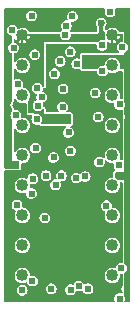
<source format=gbr>
%TF.GenerationSoftware,KiCad,Pcbnew,8.0.3*%
%TF.CreationDate,2024-12-12T22:43:46-05:00*%
%TF.ProjectId,3374_VCO,33333734-5f56-4434-9f2e-6b696361645f,0*%
%TF.SameCoordinates,PX640ad70PY37b6b20*%
%TF.FileFunction,Copper,L3,Inr*%
%TF.FilePolarity,Positive*%
%FSLAX46Y46*%
G04 Gerber Fmt 4.6, Leading zero omitted, Abs format (unit mm)*
G04 Created by KiCad (PCBNEW 8.0.3) date 2024-12-12 22:43:46*
%MOMM*%
%LPD*%
G01*
G04 APERTURE LIST*
%TA.AperFunction,ComponentPad*%
%ADD10C,1.016000*%
%TD*%
%TA.AperFunction,FiducialPad,Local*%
%ADD11C,1.016000*%
%TD*%
%TA.AperFunction,ViaPad*%
%ADD12C,0.604800*%
%TD*%
%TA.AperFunction,Conductor*%
%ADD13C,0.200000*%
%TD*%
G04 APERTURE END LIST*
D10*
%TO.N,-5V*%
%TO.C,J2*%
X1778000Y22860000D03*
%TO.N,SAWTOOTH_A*%
X1778000Y20320000D03*
%TO.N,SYNC_A*%
X1778000Y17780000D03*
%TO.N,VTH_A*%
X1778000Y15240000D03*
%TO.N,TRIANGLE_A*%
X1778000Y12700000D03*
%TO.N,CF_A*%
X1778000Y10160000D03*
D11*
%TO.N,CV_A*%
X1778000Y7620000D03*
D10*
%TO.N,IREF_A*%
X1778000Y5080000D03*
%TO.N,GND*%
X1778000Y2540000D03*
%TD*%
%TO.N,+12V*%
%TO.C,J1*%
X9398000Y22860000D03*
%TO.N,SAWTOOTH_B*%
X9398000Y20320000D03*
%TO.N,unconnected-(J1-Pin_3-Pad3)*%
X9398000Y17780000D03*
%TO.N,VTH_B*%
X9398000Y15240000D03*
%TO.N,TRIANGLE_B*%
X9398000Y12700000D03*
%TO.N,CF_B*%
X9398000Y10160000D03*
%TO.N,CV_B*%
X9398000Y7620000D03*
%TO.N,IREF_B*%
X9398000Y5080000D03*
%TO.N,VTC*%
X9398000Y2540000D03*
%TD*%
D12*
%TO.N,+12V*%
X5613194Y13836165D03*
X1229963Y16988391D03*
X6934200Y7569200D03*
X4684000Y7719600D03*
X10010000Y15983262D03*
%TO.N,GND*%
X10007600Y17018000D03*
X1219208Y16103608D03*
X6385715Y20471744D03*
X3680600Y7399600D03*
X2997200Y15748006D03*
X4218000Y1409600D03*
X10007600Y584200D03*
X4485660Y19610580D03*
X9194800Y24831464D03*
X10151962Y3137969D03*
X9956800Y11887200D03*
X5478400Y23681699D03*
X2898000Y13319881D03*
X5846313Y13075856D03*
X2554113Y24505373D03*
X2838123Y21230000D03*
X4411340Y12526739D03*
X7328000Y1399600D03*
%TO.N,-5V*%
X8439859Y23889299D03*
X3298000Y20580000D03*
X5440793Y15742404D03*
%TO.N,+5V*%
X2751684Y23774400D03*
X4928176Y24201901D03*
X1200318Y11929758D03*
X9956800Y10972800D03*
X7128962Y20327037D03*
X10617200Y1422400D03*
%TO.N,CF_A*%
X3775116Y10990180D03*
X1393102Y18723698D03*
%TO.N,CF_B*%
X5691644Y14640416D03*
%TO.N,SAWTOOTH_A*%
X3403600Y17627600D03*
%TO.N,SYNC_A*%
X2667844Y10737000D03*
%TO.N,TRIANGLE_A*%
X5183317Y16802601D03*
X5220954Y18327046D03*
%TO.N,Net-(Q9A-B1)*%
X10238361Y21844006D03*
%TO.N,/VCO A/SQUARE_A*%
X4977316Y20656916D03*
%TO.N,/VCO B/SQUARE_B*%
X6009387Y24461765D03*
%TO.N,Net-(C10-Pad2)*%
X7087468Y10916272D03*
X1320800Y8483600D03*
%TO.N,Net-(Q11A-C1)*%
X1752600Y1272400D03*
X2553424Y9471800D03*
X6328000Y10790000D03*
%TO.N,Net-(C4-Pad1)*%
X914400Y23317186D03*
X3048355Y18379829D03*
%TO.N,Net-(C14-Pad2)*%
X5070400Y10988745D03*
%TO.N,Net-(Q10A-C1)*%
X4597400Y10210800D03*
X6558355Y1641714D03*
%TO.N,Net-(C7-Pad1)*%
X8549916Y19847284D03*
%TO.N,Net-(Q11B-C2)*%
X5858743Y1328857D03*
%TO.N,Net-(Q11A-E1)*%
X2626162Y2058702D03*
%TO.N,Net-(Q10A-E1)*%
X8887600Y8436381D03*
%TO.N,Net-(Q8B-C2)*%
X8523334Y22013297D03*
%TO.N,Net-(U6D--)*%
X8308000Y12140000D03*
%TO.N,Net-(U6D-+)*%
X8185358Y15951042D03*
%TO.N,Net-(U6C-+)*%
X7933776Y17991401D03*
%TO.N,Net-(U3C-+)*%
X1034796Y21800507D03*
X3098800Y16916400D03*
%TO.N,Net-(U5A--)*%
X5424498Y22926419D03*
%TO.N,Net-(U5B--)*%
X5827800Y21477649D03*
%TD*%
D13*
%TO.N,+12V*%
X9398000Y22860000D02*
X9398000Y21844000D01*
X9398000Y22860000D02*
X10138000Y22860000D01*
%TO.N,-5V*%
X1778000Y22860000D02*
X1778000Y22098000D01*
X1778000Y22860000D02*
X2641600Y22860000D01*
%TD*%
%TA.AperFunction,Conductor*%
%TO.N,-5V*%
G36*
X8492995Y24183653D02*
G01*
X8554299Y24165653D01*
X8573769Y24156761D01*
X8647327Y24109488D01*
X8671190Y24084857D01*
X8686123Y24059915D01*
X8687435Y24057725D01*
X8689359Y24055068D01*
X8688874Y24054717D01*
X8697109Y24041909D01*
X8700483Y24034521D01*
X8700483Y24034519D01*
X8700484Y24034519D01*
X8723653Y23983784D01*
X8729682Y23963249D01*
X8738776Y23900002D01*
X8738776Y23878596D01*
X8729682Y23815349D01*
X8723652Y23794813D01*
X8697087Y23736644D01*
X8687689Y23721895D01*
X8687824Y23721799D01*
X8685920Y23719117D01*
X8685899Y23719083D01*
X8685884Y23719067D01*
X8685878Y23719058D01*
X8657618Y23670575D01*
X8657616Y23670570D01*
X8640021Y23622230D01*
X8630500Y23568232D01*
X8630500Y23568227D01*
X8630500Y23369984D01*
X8631300Y23354108D01*
X8632820Y23339067D01*
X8634610Y23333767D01*
X8655342Y23272353D01*
X8655342Y23272352D01*
X8682248Y23228510D01*
X8698635Y23206396D01*
X8747528Y23174080D01*
X8778152Y23132750D01*
X8776377Y23084680D01*
X8751592Y23019327D01*
X8737681Y22904762D01*
X8732246Y22860000D01*
X8751592Y22700675D01*
X8751592Y22700673D01*
X8751593Y22700672D01*
X8783513Y22616506D01*
X8788400Y22589840D01*
X8788400Y22510444D01*
X8770807Y22462106D01*
X8726258Y22436386D01*
X8692014Y22438290D01*
X8588798Y22468597D01*
X8588796Y22468597D01*
X8457872Y22468597D01*
X8457869Y22468597D01*
X8332250Y22431712D01*
X8222112Y22360930D01*
X8222110Y22360929D01*
X8192845Y22327154D01*
X8147894Y22302145D01*
X8136013Y22301200D01*
X3606800Y22301200D01*
X3606800Y18598706D01*
X3589207Y18550368D01*
X3544658Y18524648D01*
X3494000Y18533581D01*
X3463196Y18567467D01*
X3435317Y18628512D01*
X3435314Y18628517D01*
X3409613Y18658177D01*
X3349579Y18727460D01*
X3349575Y18727463D01*
X3239438Y18798244D01*
X3113819Y18835129D01*
X3113817Y18835129D01*
X2982893Y18835129D01*
X2982890Y18835129D01*
X2857271Y18798244D01*
X2747134Y18727463D01*
X2747131Y18727461D01*
X2747131Y18727460D01*
X2729965Y18707650D01*
X2661395Y18628517D01*
X2661392Y18628512D01*
X2607007Y18509427D01*
X2607007Y18509425D01*
X2607006Y18509423D01*
X2607006Y18509421D01*
X2588373Y18379829D01*
X2607006Y18250237D01*
X2607006Y18250236D01*
X2607007Y18250234D01*
X2607007Y18250232D01*
X2661392Y18131147D01*
X2661395Y18131142D01*
X2692818Y18094878D01*
X2747131Y18032198D01*
X2747133Y18032197D01*
X2747134Y18032196D01*
X2857271Y17961415D01*
X2882632Y17953969D01*
X2948806Y17934538D01*
X2990228Y17904040D01*
X3002356Y17854051D01*
X2996024Y17831146D01*
X2962251Y17757194D01*
X2945943Y17643770D01*
X2943618Y17627600D01*
X2962251Y17498008D01*
X2962251Y17498007D01*
X2962252Y17498005D01*
X2962252Y17498003D01*
X2985466Y17447172D01*
X2989543Y17395894D01*
X2959705Y17353992D01*
X2938250Y17343780D01*
X2907716Y17334814D01*
X2907713Y17334813D01*
X2797579Y17264034D01*
X2797576Y17264032D01*
X2797576Y17264031D01*
X2780410Y17244221D01*
X2711840Y17165088D01*
X2711837Y17165083D01*
X2657452Y17045998D01*
X2657452Y17045996D01*
X2657451Y17045994D01*
X2657451Y17045992D01*
X2638818Y16916400D01*
X2657451Y16786808D01*
X2657451Y16786807D01*
X2657452Y16786805D01*
X2657452Y16786803D01*
X2711837Y16667718D01*
X2711840Y16667713D01*
X2743263Y16631449D01*
X2797576Y16568769D01*
X2797578Y16568768D01*
X2797579Y16568767D01*
X2907716Y16497986D01*
X2997082Y16471746D01*
X3033338Y16461100D01*
X3033341Y16461100D01*
X3164259Y16461100D01*
X3164262Y16461100D01*
X3289883Y16497986D01*
X3400024Y16568769D01*
X3474768Y16655028D01*
X3519719Y16680037D01*
X3570229Y16670302D01*
X3602664Y16630377D01*
X3606800Y16605782D01*
X3606800Y16205200D01*
X5817600Y16205200D01*
X5865938Y16187607D01*
X5891658Y16143058D01*
X5892800Y16130000D01*
X5892800Y15416800D01*
X5875207Y15368462D01*
X5830658Y15342742D01*
X5817600Y15341600D01*
X3412160Y15341600D01*
X3363822Y15359193D01*
X3338102Y15403742D01*
X3347035Y15454400D01*
X3355328Y15466046D01*
X3384159Y15499319D01*
X3384161Y15499321D01*
X3414959Y15566760D01*
X3438547Y15618409D01*
X3438547Y15618410D01*
X3438549Y15618414D01*
X3457182Y15748006D01*
X3438549Y15877598D01*
X3438547Y15877603D01*
X3438547Y15877604D01*
X3384162Y15996689D01*
X3384159Y15996694D01*
X3358458Y16026354D01*
X3298424Y16095637D01*
X3298420Y16095640D01*
X3188283Y16166421D01*
X3062664Y16203306D01*
X3062662Y16203306D01*
X2931738Y16203306D01*
X2931735Y16203306D01*
X2890386Y16191164D01*
X2839050Y16194427D01*
X2801821Y16229924D01*
X2796237Y16253764D01*
X2794001Y16256000D01*
X2794000Y16256000D01*
X2361200Y16256000D01*
X2312862Y16273593D01*
X2287142Y16318142D01*
X2286000Y16331200D01*
X2286000Y17329109D01*
X2299311Y17371827D01*
X2367496Y17470609D01*
X2424408Y17620675D01*
X2443754Y17780000D01*
X2424408Y17939325D01*
X2367496Y18089391D01*
X2345683Y18120993D01*
X2276327Y18221473D01*
X2276326Y18221475D01*
X2276324Y18221477D01*
X2276320Y18221481D01*
X2276315Y18221486D01*
X2156194Y18327903D01*
X2156188Y18327907D01*
X2014083Y18402490D01*
X2014080Y18402491D01*
X1862070Y18439958D01*
X1819350Y18468607D01*
X1805038Y18518016D01*
X1811665Y18544212D01*
X1814477Y18550368D01*
X1834451Y18594106D01*
X1853084Y18723698D01*
X1834451Y18853290D01*
X1834449Y18853295D01*
X1834449Y18853296D01*
X1780064Y18972381D01*
X1780061Y18972386D01*
X1754360Y19002046D01*
X1694326Y19071329D01*
X1694322Y19071332D01*
X1584185Y19142113D01*
X1458566Y19178998D01*
X1458564Y19178998D01*
X1327640Y19178998D01*
X1327637Y19178998D01*
X1202019Y19142113D01*
X1188155Y19133203D01*
X1137979Y19121871D01*
X1092258Y19145443D01*
X1072385Y19192890D01*
X1072300Y19196466D01*
X1072300Y19937635D01*
X1089893Y19985973D01*
X1134442Y20011693D01*
X1185100Y20002760D01*
X1209386Y19980356D01*
X1279676Y19878523D01*
X1279680Y19878520D01*
X1279684Y19878515D01*
X1399805Y19772098D01*
X1399807Y19772097D01*
X1399809Y19772095D01*
X1541920Y19697509D01*
X1697752Y19659100D01*
X1697754Y19659100D01*
X1858246Y19659100D01*
X1858248Y19659100D01*
X2014080Y19697509D01*
X2156191Y19772095D01*
X2276324Y19878523D01*
X2367496Y20010609D01*
X2424408Y20160675D01*
X2443754Y20320000D01*
X2424408Y20479325D01*
X2367496Y20629391D01*
X2346612Y20659647D01*
X2276327Y20761473D01*
X2276326Y20761475D01*
X2276324Y20761477D01*
X2276320Y20761481D01*
X2276315Y20761486D01*
X2156194Y20867903D01*
X2156188Y20867907D01*
X2014083Y20942490D01*
X2014081Y20942491D01*
X1962136Y20955294D01*
X1858248Y20980900D01*
X1697752Y20980900D01*
X1619836Y20961696D01*
X1541918Y20942491D01*
X1541916Y20942490D01*
X1399811Y20867907D01*
X1399805Y20867903D01*
X1279684Y20761486D01*
X1279675Y20761477D01*
X1209388Y20659647D01*
X1167450Y20629861D01*
X1116177Y20634000D01*
X1079560Y20670128D01*
X1072300Y20702366D01*
X1072300Y21230000D01*
X2378141Y21230000D01*
X2396774Y21100408D01*
X2396774Y21100407D01*
X2396775Y21100405D01*
X2396775Y21100403D01*
X2451160Y20981318D01*
X2451163Y20981313D01*
X2482586Y20945049D01*
X2536899Y20882369D01*
X2536901Y20882368D01*
X2536902Y20882367D01*
X2647039Y20811586D01*
X2732447Y20786508D01*
X2772661Y20774700D01*
X2772664Y20774700D01*
X2903582Y20774700D01*
X2903585Y20774700D01*
X3029206Y20811586D01*
X3139347Y20882369D01*
X3225084Y20981315D01*
X3279472Y21100408D01*
X3298105Y21230000D01*
X3279472Y21359592D01*
X3279470Y21359597D01*
X3279470Y21359598D01*
X3225085Y21478683D01*
X3225082Y21478688D01*
X3199381Y21508348D01*
X3139347Y21577631D01*
X3139343Y21577634D01*
X3029206Y21648415D01*
X2903587Y21685300D01*
X2903585Y21685300D01*
X2772661Y21685300D01*
X2772658Y21685300D01*
X2647039Y21648415D01*
X2536902Y21577634D01*
X2536899Y21577632D01*
X2536899Y21577631D01*
X2519886Y21557997D01*
X2451163Y21478688D01*
X2451160Y21478683D01*
X2396775Y21359598D01*
X2396775Y21359596D01*
X2396774Y21359594D01*
X2396774Y21359592D01*
X2378141Y21230000D01*
X1072300Y21230000D01*
X1072300Y21280704D01*
X1089893Y21329042D01*
X1126313Y21352858D01*
X1225879Y21382093D01*
X1336020Y21452876D01*
X1421757Y21551822D01*
X1476145Y21670915D01*
X1494778Y21800507D01*
X1476145Y21930099D01*
X1476143Y21930104D01*
X1476143Y21930105D01*
X1421758Y22049190D01*
X1421755Y22049195D01*
X1396054Y22078855D01*
X1336020Y22148138D01*
X1336016Y22148141D01*
X1225880Y22218921D01*
X1126313Y22248157D01*
X1084891Y22278657D01*
X1072300Y22320311D01*
X1072300Y22465137D01*
X1089893Y22513475D01*
X1134442Y22539195D01*
X1185100Y22530262D01*
X1209389Y22507855D01*
X1240034Y22463457D01*
X1477338Y22700761D01*
X1505932Y22651235D01*
X1569235Y22587932D01*
X1618758Y22559340D01*
X1379777Y22320358D01*
X1379777Y22320356D01*
X1395745Y22306210D01*
X1395744Y22306210D01*
X1539381Y22230824D01*
X1539382Y22230823D01*
X1696893Y22192000D01*
X1859107Y22192000D01*
X2016617Y22230823D01*
X2016618Y22230824D01*
X2160252Y22306209D01*
X2160256Y22306212D01*
X2176221Y22320356D01*
X2176222Y22320358D01*
X1937240Y22559340D01*
X1986765Y22587932D01*
X2050068Y22651235D01*
X2078661Y22700760D01*
X2315964Y22463457D01*
X2373830Y22547288D01*
X2431352Y22698961D01*
X2450905Y22860000D01*
X2443301Y22922636D01*
X2454940Y22972742D01*
X2496064Y23003644D01*
X2517953Y23006900D01*
X4889316Y23006900D01*
X4937654Y22989307D01*
X4963374Y22944758D01*
X4964516Y22931700D01*
X4964516Y22926423D01*
X4964516Y22926421D01*
X4964516Y22926419D01*
X4983149Y22796827D01*
X4983149Y22796826D01*
X4983150Y22796824D01*
X4983150Y22796822D01*
X5037535Y22677737D01*
X5037538Y22677732D01*
X5060498Y22651235D01*
X5123274Y22578788D01*
X5123276Y22578787D01*
X5123277Y22578786D01*
X5233414Y22508005D01*
X5322780Y22481765D01*
X5359036Y22471119D01*
X5359039Y22471119D01*
X5489957Y22471119D01*
X5489960Y22471119D01*
X5615581Y22508005D01*
X5725722Y22578788D01*
X5811459Y22677734D01*
X5865847Y22796827D01*
X5884480Y22926419D01*
X5884479Y22926422D01*
X5884480Y22926423D01*
X5884480Y22931700D01*
X5902073Y22980038D01*
X5946622Y23005758D01*
X5959680Y23006900D01*
X8052790Y23006900D01*
X8052800Y23006900D01*
X8066557Y23007500D01*
X8079615Y23008642D01*
X8144807Y23029196D01*
X8189356Y23054916D01*
X8211904Y23070705D01*
X8258785Y23137659D01*
X8276378Y23185997D01*
X8285899Y23239996D01*
X8285900Y23239996D01*
X8285900Y23525765D01*
X8285895Y23527240D01*
X8285893Y23527392D01*
X8285887Y23528278D01*
X8275492Y23583442D01*
X8257133Y23631494D01*
X8228965Y23678541D01*
X8194176Y23718690D01*
X8182606Y23736693D01*
X8156063Y23794814D01*
X8150034Y23815345D01*
X8140939Y23878602D01*
X8140939Y23899997D01*
X8150034Y23963259D01*
X8156062Y23983784D01*
X8182608Y24041913D01*
X8194174Y24059909D01*
X8228965Y24100058D01*
X8229744Y24100963D01*
X8230518Y24101870D01*
X8230519Y24101873D01*
X8232694Y24104421D01*
X8232971Y24104185D01*
X8251127Y24121530D01*
X8305954Y24156766D01*
X8325416Y24165653D01*
X8386722Y24183654D01*
X8407908Y24186699D01*
X8471809Y24186699D01*
X8492995Y24183653D01*
G37*
%TD.AperFunction*%
%TD*%
%TA.AperFunction,Conductor*%
%TO.N,+12V*%
G36*
X10229238Y22989307D02*
G01*
X10254958Y22944758D01*
X10256100Y22931700D01*
X10256100Y22374506D01*
X10238507Y22326168D01*
X10193958Y22300448D01*
X10180900Y22299306D01*
X10172896Y22299306D01*
X10047277Y22262421D01*
X9937140Y22191640D01*
X9851401Y22092694D01*
X9851398Y22092689D01*
X9797013Y21973604D01*
X9797013Y21973602D01*
X9797012Y21973600D01*
X9797012Y21973598D01*
X9778379Y21844006D01*
X9797012Y21714414D01*
X9797012Y21714413D01*
X9797013Y21714411D01*
X9797013Y21714409D01*
X9851398Y21595324D01*
X9851401Y21595319D01*
X9883740Y21557998D01*
X9919486Y21516745D01*
X9937845Y21468694D01*
X9921021Y21420083D01*
X9876886Y21393659D01*
X9862654Y21392300D01*
X6882400Y21392300D01*
X6875159Y21391985D01*
X6868634Y21391700D01*
X6856890Y21390673D01*
X6855585Y21390558D01*
X6790393Y21370004D01*
X6790392Y21370004D01*
X6745844Y21344285D01*
X6745840Y21344282D01*
X6723295Y21328495D01*
X6676416Y21261545D01*
X6658821Y21213203D01*
X6649300Y21159205D01*
X6649300Y20969326D01*
X6631707Y20920988D01*
X6587158Y20895268D01*
X6552914Y20897172D01*
X6451179Y20927044D01*
X6451177Y20927044D01*
X6320253Y20927044D01*
X6320250Y20927044D01*
X6194631Y20890159D01*
X6084494Y20819378D01*
X5998755Y20720432D01*
X5998752Y20720427D01*
X5944367Y20601342D01*
X5944367Y20601340D01*
X5944366Y20601338D01*
X5944366Y20601336D01*
X5925733Y20471744D01*
X5944366Y20342152D01*
X5944366Y20342151D01*
X5944367Y20342149D01*
X5944367Y20342147D01*
X5998752Y20223062D01*
X5998755Y20223057D01*
X6017334Y20201616D01*
X6084491Y20124113D01*
X6084493Y20124112D01*
X6084494Y20124111D01*
X6194631Y20053330D01*
X6277509Y20028995D01*
X6320253Y20016444D01*
X6320256Y20016444D01*
X6451174Y20016444D01*
X6451177Y20016444D01*
X6569643Y20051229D01*
X6620979Y20047966D01*
X6658208Y20012469D01*
X6662548Y20001688D01*
X6671593Y19973001D01*
X6671596Y19972993D01*
X6697315Y19928445D01*
X6697318Y19928441D01*
X6713105Y19905896D01*
X6780056Y19859017D01*
X6780057Y19859017D01*
X6780059Y19859015D01*
X6828397Y19841422D01*
X6882395Y19831901D01*
X6882396Y19831900D01*
X8026985Y19831900D01*
X8075323Y19814307D01*
X8101043Y19769758D01*
X8101414Y19767439D01*
X8104936Y19742944D01*
X8108567Y19717689D01*
X8108568Y19717687D01*
X8162953Y19598602D01*
X8162956Y19598597D01*
X8194379Y19562333D01*
X8248692Y19499653D01*
X8248694Y19499652D01*
X8248695Y19499651D01*
X8358832Y19428870D01*
X8448198Y19402630D01*
X8484454Y19391984D01*
X8484457Y19391984D01*
X8615375Y19391984D01*
X8615378Y19391984D01*
X8740999Y19428870D01*
X8851140Y19499653D01*
X8936877Y19598599D01*
X8983822Y19701396D01*
X9019904Y19738054D01*
X9071111Y19742944D01*
X9087169Y19736742D01*
X9161920Y19697509D01*
X9317752Y19659100D01*
X9317754Y19659100D01*
X9478246Y19659100D01*
X9478248Y19659100D01*
X9634080Y19697509D01*
X9776191Y19772095D01*
X9879301Y19863443D01*
X9927148Y19882327D01*
X9972299Y19868755D01*
X9986209Y19859015D01*
X10034547Y19841422D01*
X10088545Y19831901D01*
X10088546Y19831900D01*
X10088550Y19831900D01*
X10180900Y19831900D01*
X10229238Y19814307D01*
X10254958Y19769758D01*
X10256100Y19756700D01*
X10256100Y17520011D01*
X10238507Y17471673D01*
X10193958Y17445953D01*
X10159714Y17447857D01*
X10097065Y17466252D01*
X10074913Y17472757D01*
X10033491Y17503255D01*
X10021363Y17553245D01*
X10025785Y17571571D01*
X10044408Y17620675D01*
X10063754Y17780000D01*
X10044408Y17939325D01*
X9987496Y18089391D01*
X9896324Y18221477D01*
X9896320Y18221481D01*
X9896315Y18221486D01*
X9776194Y18327903D01*
X9776188Y18327907D01*
X9634083Y18402490D01*
X9634081Y18402491D01*
X9582136Y18415294D01*
X9478248Y18440900D01*
X9317752Y18440900D01*
X9239836Y18421696D01*
X9161918Y18402491D01*
X9161916Y18402490D01*
X9019811Y18327907D01*
X9019805Y18327903D01*
X8899684Y18221486D01*
X8899672Y18221473D01*
X8808507Y18089397D01*
X8808502Y18089389D01*
X8751593Y17939329D01*
X8751592Y17939327D01*
X8751592Y17939325D01*
X8732246Y17780000D01*
X8751592Y17620675D01*
X8751592Y17620673D01*
X8751593Y17620672D01*
X8808502Y17470612D01*
X8808507Y17470604D01*
X8899672Y17338528D01*
X8899674Y17338526D01*
X8899676Y17338523D01*
X8899679Y17338521D01*
X8899684Y17338515D01*
X9019805Y17232098D01*
X9019811Y17232094D01*
X9100000Y17190007D01*
X9161920Y17157509D01*
X9317752Y17119100D01*
X9317754Y17119100D01*
X9475369Y17119100D01*
X9523707Y17101507D01*
X9549427Y17056958D01*
X9549803Y17033197D01*
X9547618Y17018000D01*
X9566251Y16888408D01*
X9566251Y16888407D01*
X9566252Y16888405D01*
X9566252Y16888403D01*
X9620637Y16769318D01*
X9620640Y16769313D01*
X9650493Y16734861D01*
X9706376Y16670369D01*
X9706378Y16670368D01*
X9706379Y16670367D01*
X9816516Y16599586D01*
X9905882Y16573346D01*
X9942138Y16562700D01*
X9942141Y16562700D01*
X10073059Y16562700D01*
X10073062Y16562700D01*
X10159715Y16588144D01*
X10211050Y16584882D01*
X10248279Y16549384D01*
X10256100Y16515990D01*
X10256100Y16210992D01*
X10259706Y16177447D01*
X10259710Y16177425D01*
X10266505Y16146191D01*
X10277166Y16114158D01*
X10293793Y16077752D01*
X10299824Y16057215D01*
X10308918Y15993965D01*
X10308917Y15972560D01*
X10299823Y15909314D01*
X10293794Y15888780D01*
X10277165Y15852365D01*
X10277162Y15852358D01*
X10266504Y15820335D01*
X10266499Y15820316D01*
X10259709Y15789101D01*
X10259706Y15789079D01*
X10256100Y15755538D01*
X10256100Y12373207D01*
X10238507Y12324869D01*
X10193958Y12299149D01*
X10153120Y12304361D01*
X10153044Y12304099D01*
X10151409Y12304580D01*
X10149662Y12304802D01*
X10147883Y12305615D01*
X10052488Y12333625D01*
X10011065Y12364124D01*
X9998937Y12414114D01*
X10003358Y12432435D01*
X10044408Y12540675D01*
X10063754Y12700000D01*
X10044408Y12859325D01*
X9987496Y13009391D01*
X9966612Y13039647D01*
X9896327Y13141473D01*
X9896326Y13141475D01*
X9896324Y13141477D01*
X9896320Y13141481D01*
X9896315Y13141486D01*
X9776194Y13247903D01*
X9776188Y13247907D01*
X9634083Y13322490D01*
X9634081Y13322491D01*
X9582136Y13335294D01*
X9478248Y13360900D01*
X9317752Y13360900D01*
X9239836Y13341696D01*
X9161918Y13322491D01*
X9161916Y13322490D01*
X9019811Y13247907D01*
X9019805Y13247903D01*
X8899684Y13141486D01*
X8899672Y13141473D01*
X8808507Y13009397D01*
X8808502Y13009389D01*
X8751593Y12859329D01*
X8751592Y12859327D01*
X8751592Y12859325D01*
X8741404Y12775422D01*
X8732246Y12700000D01*
X8751593Y12540666D01*
X8751680Y12540316D01*
X8751659Y12540126D01*
X8752141Y12536160D01*
X8751219Y12536049D01*
X8746162Y12489173D01*
X8709060Y12453543D01*
X8657736Y12450097D01*
X8621832Y12473080D01*
X8609224Y12487631D01*
X8609222Y12487632D01*
X8609220Y12487635D01*
X8499083Y12558415D01*
X8373464Y12595300D01*
X8373462Y12595300D01*
X8242538Y12595300D01*
X8242535Y12595300D01*
X8116916Y12558415D01*
X8006779Y12487634D01*
X7921040Y12388688D01*
X7921037Y12388683D01*
X7866652Y12269598D01*
X7866652Y12269596D01*
X7866651Y12269594D01*
X7866651Y12269592D01*
X7848018Y12140000D01*
X7866651Y12010408D01*
X7866651Y12010407D01*
X7866652Y12010405D01*
X7866652Y12010403D01*
X7921037Y11891318D01*
X7921040Y11891313D01*
X7952463Y11855049D01*
X8006776Y11792369D01*
X8006778Y11792368D01*
X8006779Y11792367D01*
X8116916Y11721586D01*
X8206282Y11695346D01*
X8242538Y11684700D01*
X8242541Y11684700D01*
X8373459Y11684700D01*
X8373462Y11684700D01*
X8499083Y11721586D01*
X8609224Y11792369D01*
X8694961Y11891315D01*
X8725759Y11958754D01*
X8749347Y12010403D01*
X8749347Y12010404D01*
X8749349Y12010408D01*
X8767982Y12140000D01*
X8767982Y12140003D01*
X8767982Y12140004D01*
X8757376Y12213761D01*
X8767910Y12264110D01*
X8808344Y12295909D01*
X8859758Y12294278D01*
X8893696Y12267185D01*
X8899671Y12258529D01*
X8899674Y12258526D01*
X8899676Y12258523D01*
X8899679Y12258521D01*
X8899684Y12258515D01*
X9019805Y12152098D01*
X9019807Y12152097D01*
X9019809Y12152095D01*
X9161920Y12077509D01*
X9317752Y12039100D01*
X9317754Y12039100D01*
X9431873Y12039100D01*
X9480211Y12021507D01*
X9505931Y11976958D01*
X9506307Y11953197D01*
X9496818Y11887204D01*
X9496818Y11887203D01*
X9496818Y11887200D01*
X9515451Y11757608D01*
X9515451Y11757607D01*
X9515452Y11757605D01*
X9515452Y11757603D01*
X9569837Y11638518D01*
X9569840Y11638513D01*
X9651319Y11544482D01*
X9669678Y11496429D01*
X9652853Y11447819D01*
X9617100Y11423517D01*
X9584400Y11413207D01*
X9584392Y11413204D01*
X9539844Y11387485D01*
X9539840Y11387482D01*
X9517295Y11371695D01*
X9470416Y11304745D01*
X9452821Y11256403D01*
X9443300Y11202405D01*
X9443300Y10896100D01*
X9425707Y10847762D01*
X9381158Y10822042D01*
X9368100Y10820900D01*
X9317752Y10820900D01*
X9239836Y10801696D01*
X9161918Y10782491D01*
X9161916Y10782490D01*
X9019811Y10707907D01*
X9019805Y10707903D01*
X8899684Y10601486D01*
X8899672Y10601473D01*
X8808507Y10469397D01*
X8808502Y10469389D01*
X8751593Y10319329D01*
X8751592Y10319327D01*
X8751592Y10319325D01*
X8732246Y10160000D01*
X8751592Y10000675D01*
X8751592Y10000673D01*
X8751593Y10000672D01*
X8808502Y9850612D01*
X8808507Y9850604D01*
X8899672Y9718528D01*
X8899674Y9718526D01*
X8899676Y9718523D01*
X8899679Y9718521D01*
X8899684Y9718515D01*
X9019805Y9612098D01*
X9019807Y9612097D01*
X9019809Y9612095D01*
X9161920Y9537509D01*
X9317752Y9499100D01*
X9317754Y9499100D01*
X9478246Y9499100D01*
X9478248Y9499100D01*
X9634080Y9537509D01*
X9776191Y9612095D01*
X9896324Y9718523D01*
X9987496Y9850609D01*
X10044408Y10000675D01*
X10063754Y10160000D01*
X10044408Y10319325D01*
X10029954Y10357435D01*
X10029264Y10408869D01*
X10061797Y10448714D01*
X10100268Y10459300D01*
X10180900Y10459300D01*
X10229238Y10441707D01*
X10254958Y10397158D01*
X10256100Y10384100D01*
X10256100Y3668469D01*
X10238507Y3620131D01*
X10193958Y3594411D01*
X10180900Y3593269D01*
X10086497Y3593269D01*
X9960878Y3556384D01*
X9850741Y3485603D01*
X9765002Y3386657D01*
X9764999Y3386652D01*
X9710614Y3267567D01*
X9710612Y3267559D01*
X9705219Y3230051D01*
X9680925Y3184709D01*
X9633170Y3165592D01*
X9612789Y3167739D01*
X9566480Y3179153D01*
X9478248Y3200900D01*
X9317752Y3200900D01*
X9239836Y3181696D01*
X9161918Y3162491D01*
X9161916Y3162490D01*
X9019811Y3087907D01*
X9019805Y3087903D01*
X8899684Y2981486D01*
X8899672Y2981473D01*
X8808507Y2849397D01*
X8808502Y2849389D01*
X8751593Y2699329D01*
X8751593Y2699328D01*
X8751592Y2699325D01*
X8732246Y2540000D01*
X8751592Y2380675D01*
X8751592Y2380673D01*
X8751593Y2380672D01*
X8808502Y2230612D01*
X8808507Y2230604D01*
X8899672Y2098528D01*
X8899674Y2098526D01*
X8899676Y2098523D01*
X8899679Y2098521D01*
X8899684Y2098515D01*
X9019805Y1992098D01*
X9019807Y1992097D01*
X9019809Y1992095D01*
X9161920Y1917509D01*
X9317752Y1879100D01*
X9317754Y1879100D01*
X9478246Y1879100D01*
X9478248Y1879100D01*
X9634080Y1917509D01*
X9776191Y1992095D01*
X9896324Y2098523D01*
X9987496Y2230609D01*
X10044408Y2380675D01*
X10063754Y2540000D01*
X10056662Y2598404D01*
X10068301Y2648510D01*
X10109424Y2679413D01*
X10131314Y2682669D01*
X10180900Y2682669D01*
X10229238Y2665076D01*
X10254958Y2620527D01*
X10256100Y2607469D01*
X10256100Y1728979D01*
X10238507Y1680641D01*
X10237734Y1679735D01*
X10230240Y1671087D01*
X10230238Y1671084D01*
X10175851Y1551995D01*
X10171407Y1521085D01*
X10157218Y1422400D01*
X10175851Y1292808D01*
X10175851Y1292807D01*
X10175852Y1292805D01*
X10175852Y1292803D01*
X10230237Y1173716D01*
X10230238Y1173715D01*
X10237732Y1165067D01*
X10256091Y1117015D01*
X10256100Y1115822D01*
X10256100Y1086211D01*
X10238507Y1037873D01*
X10193958Y1012153D01*
X10159714Y1014057D01*
X10073064Y1039500D01*
X10073062Y1039500D01*
X9942138Y1039500D01*
X9942135Y1039500D01*
X9816516Y1002615D01*
X9706379Y931834D01*
X9620640Y832888D01*
X9620637Y832883D01*
X9566252Y713798D01*
X9566252Y713796D01*
X9566251Y713794D01*
X9566251Y713792D01*
X9547618Y584200D01*
X9566251Y454608D01*
X9566251Y454607D01*
X9566252Y454605D01*
X9566252Y454603D01*
X9609256Y360439D01*
X9613333Y309161D01*
X9583495Y267260D01*
X9540852Y254000D01*
X329200Y254000D01*
X280862Y271593D01*
X255142Y316142D01*
X254000Y329200D01*
X254000Y1272400D01*
X1292618Y1272400D01*
X1311251Y1142808D01*
X1311251Y1142807D01*
X1311252Y1142805D01*
X1311252Y1142803D01*
X1365637Y1023718D01*
X1365640Y1023713D01*
X1383922Y1002615D01*
X1451376Y924769D01*
X1451378Y924768D01*
X1451379Y924767D01*
X1561516Y853986D01*
X1650882Y827746D01*
X1687138Y817100D01*
X1687141Y817100D01*
X1818059Y817100D01*
X1818062Y817100D01*
X1943683Y853986D01*
X2053824Y924769D01*
X2139561Y1023715D01*
X2193949Y1142808D01*
X2212582Y1272400D01*
X2193949Y1401992D01*
X2193947Y1401997D01*
X2193947Y1401998D01*
X2190475Y1409600D01*
X3758018Y1409600D01*
X3776651Y1280008D01*
X3776651Y1280007D01*
X3776652Y1280005D01*
X3776652Y1280003D01*
X3831037Y1160918D01*
X3831040Y1160913D01*
X3846731Y1142805D01*
X3916776Y1061969D01*
X3916778Y1061968D01*
X3916779Y1061967D01*
X4026916Y991186D01*
X4113662Y965715D01*
X4152538Y954300D01*
X4152541Y954300D01*
X4283459Y954300D01*
X4283462Y954300D01*
X4409083Y991186D01*
X4519224Y1061969D01*
X4604961Y1160915D01*
X4659349Y1280008D01*
X4666373Y1328857D01*
X5398761Y1328857D01*
X5417394Y1199265D01*
X5417394Y1199264D01*
X5417395Y1199262D01*
X5417395Y1199260D01*
X5471780Y1080175D01*
X5471783Y1080170D01*
X5496220Y1051969D01*
X5557519Y981226D01*
X5557521Y981225D01*
X5557522Y981224D01*
X5667659Y910443D01*
X5757025Y884203D01*
X5793281Y873557D01*
X5793284Y873557D01*
X5924202Y873557D01*
X5924205Y873557D01*
X6049826Y910443D01*
X6159967Y981226D01*
X6245704Y1080172D01*
X6290645Y1178580D01*
X6326728Y1215240D01*
X6377935Y1220130D01*
X6380200Y1219504D01*
X6492893Y1186414D01*
X6492896Y1186414D01*
X6623814Y1186414D01*
X6623817Y1186414D01*
X6749438Y1223300D01*
X6799000Y1255152D01*
X6849174Y1266484D01*
X6894896Y1242913D01*
X6908059Y1223129D01*
X6941038Y1150916D01*
X6941040Y1150913D01*
X6948066Y1142805D01*
X7026776Y1051969D01*
X7026778Y1051968D01*
X7026779Y1051967D01*
X7136916Y981186D01*
X7226282Y954946D01*
X7262538Y944300D01*
X7262541Y944300D01*
X7393459Y944300D01*
X7393462Y944300D01*
X7519083Y981186D01*
X7629224Y1051969D01*
X7714961Y1150915D01*
X7769349Y1270008D01*
X7787982Y1399600D01*
X7769349Y1529192D01*
X7769347Y1529197D01*
X7769347Y1529198D01*
X7714962Y1648283D01*
X7714959Y1648288D01*
X7678109Y1690814D01*
X7629224Y1747231D01*
X7629220Y1747234D01*
X7519083Y1818015D01*
X7393464Y1854900D01*
X7393462Y1854900D01*
X7262538Y1854900D01*
X7262535Y1854900D01*
X7136917Y1818015D01*
X7087354Y1786163D01*
X7037178Y1774831D01*
X6991457Y1798403D01*
X6978295Y1818187D01*
X6945317Y1890397D01*
X6945314Y1890402D01*
X6907097Y1934506D01*
X6859579Y1989345D01*
X6859575Y1989348D01*
X6749438Y2060129D01*
X6623819Y2097014D01*
X6623817Y2097014D01*
X6492893Y2097014D01*
X6492890Y2097014D01*
X6367271Y2060129D01*
X6257134Y1989348D01*
X6171395Y1890402D01*
X6171392Y1890397D01*
X6126453Y1791993D01*
X6090370Y1755332D01*
X6039163Y1750442D01*
X6036863Y1751078D01*
X5924207Y1784157D01*
X5924205Y1784157D01*
X5793281Y1784157D01*
X5793278Y1784157D01*
X5667659Y1747272D01*
X5557522Y1676491D01*
X5557519Y1676489D01*
X5557519Y1676488D01*
X5541749Y1658288D01*
X5471783Y1577545D01*
X5471780Y1577540D01*
X5417395Y1458455D01*
X5417395Y1458453D01*
X5417394Y1458451D01*
X5417394Y1458449D01*
X5398761Y1328857D01*
X4666373Y1328857D01*
X4677982Y1409600D01*
X4659349Y1539192D01*
X4659347Y1539197D01*
X4659347Y1539198D01*
X4604962Y1658283D01*
X4604959Y1658288D01*
X4579258Y1687948D01*
X4519224Y1757231D01*
X4519220Y1757234D01*
X4409083Y1828015D01*
X4283464Y1864900D01*
X4283462Y1864900D01*
X4152538Y1864900D01*
X4152535Y1864900D01*
X4026916Y1828015D01*
X3916779Y1757234D01*
X3916776Y1757232D01*
X3916776Y1757231D01*
X3908146Y1747271D01*
X3831040Y1658288D01*
X3831037Y1658283D01*
X3776652Y1539198D01*
X3776652Y1539196D01*
X3776651Y1539194D01*
X3776651Y1539192D01*
X3758018Y1409600D01*
X2190475Y1409600D01*
X2139562Y1521083D01*
X2139559Y1521088D01*
X2112777Y1551995D01*
X2053824Y1620031D01*
X2053820Y1620034D01*
X1943683Y1690815D01*
X1818064Y1727700D01*
X1818062Y1727700D01*
X1687138Y1727700D01*
X1687135Y1727700D01*
X1561516Y1690815D01*
X1451379Y1620034D01*
X1365640Y1521088D01*
X1365637Y1521083D01*
X1311252Y1401998D01*
X1311252Y1401996D01*
X1311251Y1401994D01*
X1311251Y1401992D01*
X1292618Y1272400D01*
X254000Y1272400D01*
X254000Y2540000D01*
X1112246Y2540000D01*
X1131592Y2380675D01*
X1131592Y2380673D01*
X1131593Y2380672D01*
X1188502Y2230612D01*
X1188507Y2230604D01*
X1279672Y2098528D01*
X1279674Y2098526D01*
X1279676Y2098523D01*
X1279679Y2098521D01*
X1279684Y2098515D01*
X1399805Y1992098D01*
X1399807Y1992097D01*
X1399809Y1992095D01*
X1541920Y1917509D01*
X1697752Y1879100D01*
X1697754Y1879100D01*
X1858246Y1879100D01*
X1858248Y1879100D01*
X2014080Y1917509D01*
X2085728Y1955114D01*
X2136704Y1961999D01*
X2180181Y1934506D01*
X2189079Y1919767D01*
X2239200Y1810018D01*
X2239202Y1810015D01*
X2261609Y1784157D01*
X2324938Y1711071D01*
X2324940Y1711070D01*
X2324941Y1711069D01*
X2435078Y1640288D01*
X2504057Y1620034D01*
X2560700Y1603402D01*
X2560703Y1603402D01*
X2691621Y1603402D01*
X2691624Y1603402D01*
X2817245Y1640288D01*
X2927386Y1711071D01*
X3013123Y1810017D01*
X3062213Y1917509D01*
X3067509Y1929105D01*
X3067509Y1929106D01*
X3067511Y1929110D01*
X3086144Y2058702D01*
X3067511Y2188294D01*
X3067509Y2188299D01*
X3067509Y2188300D01*
X3013124Y2307385D01*
X3013121Y2307390D01*
X2987420Y2337050D01*
X2927386Y2406333D01*
X2927382Y2406336D01*
X2817245Y2477117D01*
X2691626Y2514002D01*
X2691624Y2514002D01*
X2560700Y2514002D01*
X2560698Y2514002D01*
X2560694Y2514001D01*
X2535968Y2506741D01*
X2484631Y2510004D01*
X2447403Y2545503D01*
X2440132Y2569827D01*
X2424408Y2699325D01*
X2424407Y2699328D01*
X2367497Y2849389D01*
X2367492Y2849397D01*
X2276327Y2981473D01*
X2276326Y2981475D01*
X2276324Y2981477D01*
X2276320Y2981481D01*
X2276315Y2981486D01*
X2156194Y3087903D01*
X2156188Y3087907D01*
X2014083Y3162490D01*
X2014081Y3162491D01*
X1962136Y3175294D01*
X1858248Y3200900D01*
X1697752Y3200900D01*
X1619836Y3181696D01*
X1541918Y3162491D01*
X1541916Y3162490D01*
X1399811Y3087907D01*
X1399805Y3087903D01*
X1279684Y2981486D01*
X1279672Y2981473D01*
X1188507Y2849397D01*
X1188502Y2849389D01*
X1131593Y2699329D01*
X1131593Y2699328D01*
X1131592Y2699325D01*
X1112246Y2540000D01*
X254000Y2540000D01*
X254000Y5080000D01*
X1112246Y5080000D01*
X1131592Y4920675D01*
X1131592Y4920673D01*
X1131593Y4920672D01*
X1188502Y4770612D01*
X1188507Y4770604D01*
X1279672Y4638528D01*
X1279674Y4638526D01*
X1279676Y4638523D01*
X1279679Y4638521D01*
X1279684Y4638515D01*
X1399805Y4532098D01*
X1399807Y4532097D01*
X1399809Y4532095D01*
X1541920Y4457509D01*
X1697752Y4419100D01*
X1697754Y4419100D01*
X1858246Y4419100D01*
X1858248Y4419100D01*
X2014080Y4457509D01*
X2156191Y4532095D01*
X2276324Y4638523D01*
X2367496Y4770609D01*
X2424408Y4920675D01*
X2443754Y5080000D01*
X8732246Y5080000D01*
X8751592Y4920675D01*
X8751592Y4920673D01*
X8751593Y4920672D01*
X8808502Y4770612D01*
X8808507Y4770604D01*
X8899672Y4638528D01*
X8899674Y4638526D01*
X8899676Y4638523D01*
X8899679Y4638521D01*
X8899684Y4638515D01*
X9019805Y4532098D01*
X9019807Y4532097D01*
X9019809Y4532095D01*
X9161920Y4457509D01*
X9317752Y4419100D01*
X9317754Y4419100D01*
X9478246Y4419100D01*
X9478248Y4419100D01*
X9634080Y4457509D01*
X9776191Y4532095D01*
X9896324Y4638523D01*
X9987496Y4770609D01*
X10044408Y4920675D01*
X10063754Y5080000D01*
X10044408Y5239325D01*
X9987496Y5389391D01*
X9896324Y5521477D01*
X9896320Y5521481D01*
X9896315Y5521486D01*
X9776194Y5627903D01*
X9776188Y5627907D01*
X9634083Y5702490D01*
X9634081Y5702491D01*
X9582136Y5715294D01*
X9478248Y5740900D01*
X9317752Y5740900D01*
X9239836Y5721696D01*
X9161918Y5702491D01*
X9161916Y5702490D01*
X9019811Y5627907D01*
X9019805Y5627903D01*
X8899684Y5521486D01*
X8899672Y5521473D01*
X8808507Y5389397D01*
X8808502Y5389389D01*
X8751593Y5239329D01*
X8751592Y5239327D01*
X8751592Y5239325D01*
X8732246Y5080000D01*
X2443754Y5080000D01*
X2424408Y5239325D01*
X2367496Y5389391D01*
X2276324Y5521477D01*
X2276320Y5521481D01*
X2276315Y5521486D01*
X2156194Y5627903D01*
X2156188Y5627907D01*
X2014083Y5702490D01*
X2014081Y5702491D01*
X1962136Y5715294D01*
X1858248Y5740900D01*
X1697752Y5740900D01*
X1619836Y5721696D01*
X1541918Y5702491D01*
X1541916Y5702490D01*
X1399811Y5627907D01*
X1399805Y5627903D01*
X1279684Y5521486D01*
X1279672Y5521473D01*
X1188507Y5389397D01*
X1188502Y5389389D01*
X1131593Y5239329D01*
X1131592Y5239327D01*
X1131592Y5239325D01*
X1112246Y5080000D01*
X254000Y5080000D01*
X254000Y8483600D01*
X860818Y8483600D01*
X879451Y8354008D01*
X879451Y8354007D01*
X879452Y8354005D01*
X879452Y8354003D01*
X933837Y8234918D01*
X933840Y8234913D01*
X965263Y8198649D01*
X1019576Y8135969D01*
X1019578Y8135968D01*
X1019579Y8135967D01*
X1129716Y8065186D01*
X1156761Y8057245D01*
X1198185Y8026747D01*
X1210313Y7976757D01*
X1197465Y7942374D01*
X1188506Y7929395D01*
X1188502Y7929389D01*
X1131593Y7779329D01*
X1131592Y7779327D01*
X1131592Y7779325D01*
X1112246Y7620000D01*
X1131592Y7460675D01*
X1131592Y7460673D01*
X1131593Y7460672D01*
X1188502Y7310612D01*
X1188507Y7310604D01*
X1279672Y7178528D01*
X1279674Y7178526D01*
X1279676Y7178523D01*
X1279679Y7178521D01*
X1279684Y7178515D01*
X1399805Y7072098D01*
X1399807Y7072097D01*
X1399809Y7072095D01*
X1541920Y6997509D01*
X1697752Y6959100D01*
X1697754Y6959100D01*
X1858246Y6959100D01*
X1858248Y6959100D01*
X2014080Y6997509D01*
X2156191Y7072095D01*
X2276324Y7178523D01*
X2367496Y7310609D01*
X2401246Y7399600D01*
X3220618Y7399600D01*
X3239251Y7270008D01*
X3239251Y7270007D01*
X3239252Y7270005D01*
X3239252Y7270003D01*
X3293637Y7150918D01*
X3293640Y7150913D01*
X3325063Y7114649D01*
X3379376Y7051969D01*
X3379378Y7051968D01*
X3379379Y7051967D01*
X3489516Y6981186D01*
X3564734Y6959100D01*
X3615138Y6944300D01*
X3615141Y6944300D01*
X3746059Y6944300D01*
X3746062Y6944300D01*
X3871683Y6981186D01*
X3981824Y7051969D01*
X4067561Y7150915D01*
X4121949Y7270008D01*
X4140582Y7399600D01*
X4121949Y7529192D01*
X4121947Y7529197D01*
X4121947Y7529198D01*
X4067562Y7648283D01*
X4067559Y7648288D01*
X4041858Y7677948D01*
X3981824Y7747231D01*
X3981820Y7747234D01*
X3871683Y7818015D01*
X3746064Y7854900D01*
X3746062Y7854900D01*
X3615138Y7854900D01*
X3615135Y7854900D01*
X3489516Y7818015D01*
X3379379Y7747234D01*
X3293640Y7648288D01*
X3293637Y7648283D01*
X3239252Y7529198D01*
X3239252Y7529196D01*
X3239251Y7529194D01*
X3239251Y7529192D01*
X3220618Y7399600D01*
X2401246Y7399600D01*
X2424408Y7460675D01*
X2443754Y7620000D01*
X2424408Y7779325D01*
X2367496Y7929391D01*
X2331817Y7981081D01*
X2276327Y8061473D01*
X2276326Y8061475D01*
X2276324Y8061477D01*
X2276320Y8061481D01*
X2276315Y8061486D01*
X2156194Y8167903D01*
X2156188Y8167907D01*
X2014083Y8242490D01*
X2014081Y8242491D01*
X1962136Y8255294D01*
X1858248Y8280900D01*
X1858246Y8280900D01*
X1838423Y8280900D01*
X1790085Y8298493D01*
X1764365Y8343042D01*
X1763988Y8366799D01*
X1773993Y8436381D01*
X8427618Y8436381D01*
X8446251Y8306789D01*
X8446251Y8306788D01*
X8446252Y8306786D01*
X8446252Y8306784D01*
X8500637Y8187699D01*
X8500640Y8187694D01*
X8532063Y8151430D01*
X8586376Y8088750D01*
X8586378Y8088749D01*
X8586379Y8088748D01*
X8696517Y8017967D01*
X8749581Y8002386D01*
X8791005Y7971887D01*
X8803133Y7921898D01*
X8798709Y7903566D01*
X8751593Y7779329D01*
X8751592Y7779327D01*
X8751592Y7779325D01*
X8732246Y7620000D01*
X8751592Y7460675D01*
X8751592Y7460673D01*
X8751593Y7460672D01*
X8808502Y7310612D01*
X8808507Y7310604D01*
X8899672Y7178528D01*
X8899674Y7178526D01*
X8899676Y7178523D01*
X8899679Y7178521D01*
X8899684Y7178515D01*
X9019805Y7072098D01*
X9019807Y7072097D01*
X9019809Y7072095D01*
X9161920Y6997509D01*
X9317752Y6959100D01*
X9317754Y6959100D01*
X9478246Y6959100D01*
X9478248Y6959100D01*
X9634080Y6997509D01*
X9776191Y7072095D01*
X9896324Y7178523D01*
X9987496Y7310609D01*
X10044408Y7460675D01*
X10063754Y7620000D01*
X10044408Y7779325D01*
X9987496Y7929391D01*
X9951817Y7981081D01*
X9896327Y8061473D01*
X9896326Y8061475D01*
X9896324Y8061477D01*
X9896320Y8061481D01*
X9896315Y8061486D01*
X9776194Y8167903D01*
X9776188Y8167907D01*
X9634083Y8242490D01*
X9634081Y8242491D01*
X9582136Y8255294D01*
X9478248Y8280900D01*
X9412012Y8280900D01*
X9363674Y8298493D01*
X9337954Y8343042D01*
X9337578Y8366803D01*
X9347582Y8436378D01*
X9347582Y8436379D01*
X9347582Y8436381D01*
X9328949Y8565973D01*
X9328947Y8565978D01*
X9328947Y8565979D01*
X9274562Y8685064D01*
X9274559Y8685069D01*
X9233647Y8732283D01*
X9188824Y8784012D01*
X9188820Y8784015D01*
X9078683Y8854796D01*
X8953064Y8891681D01*
X8953062Y8891681D01*
X8822138Y8891681D01*
X8822135Y8891681D01*
X8696516Y8854796D01*
X8586379Y8784015D01*
X8500640Y8685069D01*
X8500637Y8685064D01*
X8446252Y8565979D01*
X8446252Y8565977D01*
X8446251Y8565975D01*
X8446251Y8565973D01*
X8427618Y8436381D01*
X1773993Y8436381D01*
X1780782Y8483600D01*
X1762149Y8613192D01*
X1762147Y8613197D01*
X1762147Y8613198D01*
X1707762Y8732283D01*
X1707759Y8732288D01*
X1662939Y8784012D01*
X1622024Y8831231D01*
X1622020Y8831234D01*
X1511883Y8902015D01*
X1386264Y8938900D01*
X1386262Y8938900D01*
X1255338Y8938900D01*
X1255335Y8938900D01*
X1129716Y8902015D01*
X1019579Y8831234D01*
X933840Y8732288D01*
X933837Y8732283D01*
X879452Y8613198D01*
X879452Y8613196D01*
X879451Y8613194D01*
X879451Y8613192D01*
X860818Y8483600D01*
X254000Y8483600D01*
X254000Y10160000D01*
X1112246Y10160000D01*
X1131592Y10000675D01*
X1131592Y10000673D01*
X1131593Y10000672D01*
X1188502Y9850612D01*
X1188507Y9850604D01*
X1279672Y9718528D01*
X1279674Y9718526D01*
X1279676Y9718523D01*
X1279679Y9718521D01*
X1279684Y9718515D01*
X1399805Y9612098D01*
X1399807Y9612097D01*
X1399809Y9612095D01*
X1541920Y9537509D01*
X1697752Y9499100D01*
X1697754Y9499100D01*
X1858245Y9499100D01*
X1858248Y9499100D01*
X2000989Y9534283D01*
X2052130Y9528769D01*
X2087763Y9491670D01*
X2093418Y9471970D01*
X2093442Y9471802D01*
X2093442Y9471800D01*
X2112075Y9342208D01*
X2112075Y9342207D01*
X2112076Y9342205D01*
X2112076Y9342203D01*
X2166461Y9223118D01*
X2166464Y9223113D01*
X2197887Y9186849D01*
X2252200Y9124169D01*
X2252202Y9124168D01*
X2252203Y9124167D01*
X2362340Y9053386D01*
X2451706Y9027146D01*
X2487962Y9016500D01*
X2487965Y9016500D01*
X2618883Y9016500D01*
X2618886Y9016500D01*
X2744507Y9053386D01*
X2854648Y9124169D01*
X2940385Y9223115D01*
X2994773Y9342208D01*
X3013406Y9471800D01*
X2994773Y9601392D01*
X2994771Y9601397D01*
X2994771Y9601398D01*
X2940386Y9720483D01*
X2940383Y9720488D01*
X2910044Y9755500D01*
X2854648Y9819431D01*
X2854644Y9819434D01*
X2744507Y9890215D01*
X2618888Y9927100D01*
X2618886Y9927100D01*
X2500357Y9927100D01*
X2452019Y9944693D01*
X2426299Y9989242D01*
X2425705Y10011359D01*
X2443754Y10160000D01*
X2437585Y10210800D01*
X4137418Y10210800D01*
X4156051Y10081208D01*
X4156051Y10081207D01*
X4156052Y10081205D01*
X4156052Y10081203D01*
X4210437Y9962118D01*
X4210440Y9962113D01*
X4225535Y9944693D01*
X4296176Y9863169D01*
X4296178Y9863168D01*
X4296179Y9863167D01*
X4406316Y9792386D01*
X4495682Y9766146D01*
X4531938Y9755500D01*
X4531941Y9755500D01*
X4662859Y9755500D01*
X4662862Y9755500D01*
X4788483Y9792386D01*
X4898624Y9863169D01*
X4984361Y9962115D01*
X5038749Y10081208D01*
X5057382Y10210800D01*
X5038749Y10340392D01*
X5038747Y10340396D01*
X4999194Y10427005D01*
X4995117Y10478283D01*
X5024955Y10520185D01*
X5067598Y10533445D01*
X5135859Y10533445D01*
X5135862Y10533445D01*
X5261483Y10570331D01*
X5371624Y10641114D01*
X5457361Y10740060D01*
X5480168Y10790000D01*
X5868018Y10790000D01*
X5886651Y10660408D01*
X5886651Y10660407D01*
X5886652Y10660405D01*
X5886652Y10660403D01*
X5941037Y10541318D01*
X5941040Y10541313D01*
X5947858Y10533445D01*
X6026776Y10442369D01*
X6026778Y10442368D01*
X6026779Y10442367D01*
X6136916Y10371586D01*
X6166716Y10362836D01*
X6262538Y10334700D01*
X6262541Y10334700D01*
X6393459Y10334700D01*
X6393462Y10334700D01*
X6519083Y10371586D01*
X6577097Y10408869D01*
X6629222Y10442367D01*
X6629223Y10442368D01*
X6645344Y10460972D01*
X6708142Y10533445D01*
X6712995Y10539046D01*
X6757945Y10564056D01*
X6808455Y10554321D01*
X6810483Y10553063D01*
X6896384Y10497858D01*
X6985750Y10471618D01*
X7022006Y10460972D01*
X7022009Y10460972D01*
X7152927Y10460972D01*
X7152930Y10460972D01*
X7278551Y10497858D01*
X7388692Y10568641D01*
X7474429Y10667587D01*
X7509660Y10744732D01*
X7528815Y10786675D01*
X7528815Y10786676D01*
X7528817Y10786680D01*
X7547450Y10916272D01*
X7528817Y11045864D01*
X7528815Y11045869D01*
X7528815Y11045870D01*
X7474430Y11164955D01*
X7474427Y11164960D01*
X7448726Y11194620D01*
X7388692Y11263903D01*
X7388688Y11263906D01*
X7278551Y11334687D01*
X7152932Y11371572D01*
X7152930Y11371572D01*
X7022006Y11371572D01*
X7022003Y11371572D01*
X6896384Y11334687D01*
X6786247Y11263906D01*
X6786244Y11263904D01*
X6786244Y11263903D01*
X6764547Y11238863D01*
X6702472Y11167226D01*
X6657521Y11142216D01*
X6607011Y11151952D01*
X6604984Y11153210D01*
X6519083Y11208415D01*
X6393464Y11245300D01*
X6393462Y11245300D01*
X6262538Y11245300D01*
X6262535Y11245300D01*
X6136916Y11208415D01*
X6026779Y11137634D01*
X5941040Y11038688D01*
X5941037Y11038683D01*
X5886652Y10919598D01*
X5886652Y10919596D01*
X5886651Y10919594D01*
X5886651Y10919592D01*
X5868018Y10790000D01*
X5480168Y10790000D01*
X5511749Y10859153D01*
X5530382Y10988745D01*
X5511749Y11118337D01*
X5511747Y11118342D01*
X5511747Y11118343D01*
X5457362Y11237428D01*
X5457359Y11237433D01*
X5431658Y11267093D01*
X5371624Y11336376D01*
X5371620Y11336379D01*
X5261483Y11407160D01*
X5135864Y11444045D01*
X5135862Y11444045D01*
X5004938Y11444045D01*
X5004935Y11444045D01*
X4879316Y11407160D01*
X4769179Y11336379D01*
X4769176Y11336377D01*
X4769176Y11336376D01*
X4767712Y11334686D01*
X4683440Y11237433D01*
X4683437Y11237428D01*
X4629052Y11118343D01*
X4629052Y11118341D01*
X4629051Y11118339D01*
X4629051Y11118337D01*
X4617598Y11038683D01*
X4610418Y10988745D01*
X4629051Y10859151D01*
X4668606Y10772540D01*
X4672683Y10721262D01*
X4642845Y10679360D01*
X4600202Y10666100D01*
X4531935Y10666100D01*
X4406316Y10629215D01*
X4296179Y10558434D01*
X4210440Y10459488D01*
X4210437Y10459483D01*
X4156052Y10340398D01*
X4156052Y10340396D01*
X4156052Y10340395D01*
X4156051Y10340392D01*
X4137418Y10210800D01*
X2437585Y10210800D01*
X2436334Y10221101D01*
X2447972Y10271202D01*
X2489095Y10302105D01*
X2532171Y10302316D01*
X2602382Y10281700D01*
X2602385Y10281700D01*
X2733303Y10281700D01*
X2733306Y10281700D01*
X2858927Y10318586D01*
X2969068Y10389369D01*
X3054805Y10488315D01*
X3091489Y10568641D01*
X3109191Y10607403D01*
X3109191Y10607404D01*
X3109193Y10607408D01*
X3127826Y10737000D01*
X3109193Y10866592D01*
X3109191Y10866597D01*
X3109191Y10866598D01*
X3054806Y10985683D01*
X3054803Y10985688D01*
X3050911Y10990180D01*
X3315134Y10990180D01*
X3333767Y10860588D01*
X3333767Y10860587D01*
X3333768Y10860585D01*
X3333768Y10860583D01*
X3388153Y10741498D01*
X3388156Y10741493D01*
X3401916Y10725614D01*
X3473892Y10642549D01*
X3473894Y10642548D01*
X3473895Y10642547D01*
X3584032Y10571766D01*
X3647729Y10553063D01*
X3709654Y10534880D01*
X3709657Y10534880D01*
X3840575Y10534880D01*
X3840578Y10534880D01*
X3966199Y10571766D01*
X4076340Y10642549D01*
X4162077Y10741495D01*
X4210608Y10847762D01*
X4216463Y10860583D01*
X4216463Y10860584D01*
X4216465Y10860588D01*
X4235098Y10990180D01*
X4216465Y11119772D01*
X4216463Y11119777D01*
X4216463Y11119778D01*
X4162078Y11238863D01*
X4162075Y11238868D01*
X4104995Y11304741D01*
X4076340Y11337811D01*
X4076336Y11337814D01*
X3966199Y11408595D01*
X3840580Y11445480D01*
X3840578Y11445480D01*
X3709654Y11445480D01*
X3709651Y11445480D01*
X3584032Y11408595D01*
X3473895Y11337814D01*
X3473892Y11337812D01*
X3473892Y11337811D01*
X3456726Y11318001D01*
X3388156Y11238868D01*
X3388153Y11238863D01*
X3333768Y11119778D01*
X3333768Y11119776D01*
X3333767Y11119774D01*
X3333767Y11119772D01*
X3315134Y10990180D01*
X3050911Y10990180D01*
X3008880Y11038685D01*
X2969068Y11084631D01*
X2969064Y11084634D01*
X2858927Y11155415D01*
X2733308Y11192300D01*
X2733306Y11192300D01*
X2602382Y11192300D01*
X2602379Y11192300D01*
X2476760Y11155415D01*
X2366623Y11084634D01*
X2280884Y10985688D01*
X2280881Y10985683D01*
X2226496Y10866598D01*
X2226494Y10866590D01*
X2215492Y10790073D01*
X2191198Y10744732D01*
X2143443Y10725614D01*
X2106111Y10734190D01*
X2014083Y10782490D01*
X2014081Y10782491D01*
X1962136Y10795294D01*
X1858248Y10820900D01*
X1697752Y10820900D01*
X1619836Y10801696D01*
X1541918Y10782491D01*
X1541916Y10782490D01*
X1399811Y10707907D01*
X1399805Y10707903D01*
X1279684Y10601486D01*
X1279672Y10601473D01*
X1188507Y10469397D01*
X1188502Y10469389D01*
X1131593Y10319329D01*
X1131592Y10319327D01*
X1131592Y10319325D01*
X1112246Y10160000D01*
X254000Y10160000D01*
X254000Y11349300D01*
X271593Y11397638D01*
X316142Y11423358D01*
X329200Y11424500D01*
X1448790Y11424500D01*
X1448800Y11424500D01*
X1462557Y11425100D01*
X1475615Y11426242D01*
X1540807Y11446796D01*
X1585356Y11472516D01*
X1607904Y11488305D01*
X1654785Y11555259D01*
X1672378Y11603597D01*
X1681899Y11657596D01*
X1681900Y11657596D01*
X1681900Y11963900D01*
X1699493Y12012238D01*
X1744042Y12037958D01*
X1757100Y12039100D01*
X1858246Y12039100D01*
X1858248Y12039100D01*
X2014080Y12077509D01*
X2156191Y12152095D01*
X2276324Y12258523D01*
X2367496Y12390609D01*
X2419123Y12526739D01*
X3951358Y12526739D01*
X3969991Y12397147D01*
X3969991Y12397146D01*
X3969992Y12397144D01*
X3969992Y12397142D01*
X4024377Y12278057D01*
X4024380Y12278052D01*
X4055803Y12241788D01*
X4110116Y12179108D01*
X4110118Y12179107D01*
X4110119Y12179106D01*
X4220256Y12108325D01*
X4309622Y12082085D01*
X4345878Y12071439D01*
X4345881Y12071439D01*
X4476799Y12071439D01*
X4476802Y12071439D01*
X4602423Y12108325D01*
X4712564Y12179108D01*
X4798301Y12278054D01*
X4852689Y12397147D01*
X4871322Y12526739D01*
X4852689Y12656331D01*
X4852687Y12656336D01*
X4852687Y12656337D01*
X4798302Y12775422D01*
X4798299Y12775427D01*
X4772598Y12805087D01*
X4712564Y12874370D01*
X4712560Y12874373D01*
X4602423Y12945154D01*
X4476804Y12982039D01*
X4476802Y12982039D01*
X4345878Y12982039D01*
X4345875Y12982039D01*
X4220256Y12945154D01*
X4110119Y12874373D01*
X4110116Y12874371D01*
X4110116Y12874370D01*
X4092950Y12854560D01*
X4024380Y12775427D01*
X4024377Y12775422D01*
X3969992Y12656337D01*
X3969992Y12656335D01*
X3969991Y12656333D01*
X3969991Y12656331D01*
X3951358Y12526739D01*
X2419123Y12526739D01*
X2424408Y12540675D01*
X2443754Y12700000D01*
X2424408Y12859325D01*
X2367496Y13009391D01*
X2346612Y13039647D01*
X2276327Y13141473D01*
X2276326Y13141475D01*
X2276324Y13141477D01*
X2276320Y13141481D01*
X2276315Y13141486D01*
X2156194Y13247903D01*
X2156188Y13247907D01*
X2019054Y13319881D01*
X2438018Y13319881D01*
X2456651Y13190289D01*
X2456651Y13190288D01*
X2456652Y13190286D01*
X2456652Y13190284D01*
X2511037Y13071199D01*
X2511040Y13071194D01*
X2529294Y13050128D01*
X2596776Y12972250D01*
X2596778Y12972249D01*
X2596779Y12972248D01*
X2706916Y12901467D01*
X2796282Y12875227D01*
X2832538Y12864581D01*
X2832541Y12864581D01*
X2963459Y12864581D01*
X2963462Y12864581D01*
X3089083Y12901467D01*
X3199224Y12972250D01*
X3284961Y13071196D01*
X3287089Y13075856D01*
X5386331Y13075856D01*
X5404964Y12946264D01*
X5404964Y12946263D01*
X5404965Y12946261D01*
X5404965Y12946259D01*
X5459350Y12827174D01*
X5459353Y12827169D01*
X5490776Y12790905D01*
X5545089Y12728225D01*
X5545091Y12728224D01*
X5545092Y12728223D01*
X5655229Y12657442D01*
X5744595Y12631202D01*
X5780851Y12620556D01*
X5780854Y12620556D01*
X5911772Y12620556D01*
X5911775Y12620556D01*
X6037396Y12657442D01*
X6147537Y12728225D01*
X6233274Y12827171D01*
X6287662Y12946264D01*
X6306295Y13075856D01*
X6287662Y13205448D01*
X6287660Y13205453D01*
X6287660Y13205454D01*
X6233275Y13324539D01*
X6233272Y13324544D01*
X6201769Y13360900D01*
X6147537Y13423487D01*
X6147533Y13423490D01*
X6037396Y13494271D01*
X5911777Y13531156D01*
X5911775Y13531156D01*
X5780851Y13531156D01*
X5780848Y13531156D01*
X5655229Y13494271D01*
X5545092Y13423490D01*
X5459353Y13324544D01*
X5459350Y13324539D01*
X5404965Y13205454D01*
X5404965Y13205452D01*
X5404964Y13205450D01*
X5404964Y13205448D01*
X5386331Y13075856D01*
X3287089Y13075856D01*
X3339349Y13190289D01*
X3357982Y13319881D01*
X3339349Y13449473D01*
X3339347Y13449478D01*
X3339347Y13449479D01*
X3284962Y13568564D01*
X3284959Y13568569D01*
X3259258Y13598229D01*
X3199224Y13667512D01*
X3199220Y13667515D01*
X3089083Y13738296D01*
X2963464Y13775181D01*
X2963462Y13775181D01*
X2832538Y13775181D01*
X2832535Y13775181D01*
X2706916Y13738296D01*
X2596779Y13667515D01*
X2511040Y13568569D01*
X2511037Y13568564D01*
X2456652Y13449479D01*
X2456652Y13449477D01*
X2456651Y13449475D01*
X2456651Y13449473D01*
X2438018Y13319881D01*
X2019054Y13319881D01*
X2014083Y13322490D01*
X2014081Y13322491D01*
X1962136Y13335294D01*
X1858248Y13360900D01*
X1697752Y13360900D01*
X1619836Y13341696D01*
X1541918Y13322491D01*
X1541916Y13322490D01*
X1399811Y13247907D01*
X1399805Y13247903D01*
X1279684Y13141486D01*
X1279675Y13141477D01*
X1209388Y13039647D01*
X1167450Y13009861D01*
X1116177Y13014000D01*
X1079560Y13050128D01*
X1072300Y13082366D01*
X1072300Y14857635D01*
X1089893Y14905973D01*
X1134442Y14931693D01*
X1185100Y14922760D01*
X1209386Y14900356D01*
X1279676Y14798523D01*
X1279680Y14798520D01*
X1279684Y14798515D01*
X1399805Y14692098D01*
X1399811Y14692094D01*
X1498274Y14640416D01*
X1541920Y14617509D01*
X1697752Y14579100D01*
X1697754Y14579100D01*
X1858246Y14579100D01*
X1858248Y14579100D01*
X2014080Y14617509D01*
X2156191Y14692095D01*
X2276324Y14798523D01*
X2367496Y14930609D01*
X2424408Y15080675D01*
X2443754Y15240000D01*
X2424408Y15399325D01*
X2367496Y15549391D01*
X2276324Y15681477D01*
X2276320Y15681481D01*
X2276315Y15681486D01*
X2156194Y15787903D01*
X2156188Y15787907D01*
X2014083Y15862490D01*
X2014081Y15862491D01*
X1952764Y15877604D01*
X1858248Y15900900D01*
X1736830Y15900900D01*
X1688492Y15918493D01*
X1662772Y15963042D01*
X1662395Y15986802D01*
X1663817Y15996691D01*
X1679190Y16103608D01*
X1660557Y16233200D01*
X1660555Y16233205D01*
X1660555Y16233206D01*
X1606170Y16352291D01*
X1606167Y16352296D01*
X1578533Y16384187D01*
X1520432Y16451239D01*
X1520428Y16451242D01*
X1410291Y16522023D01*
X1284672Y16558908D01*
X1284670Y16558908D01*
X1153746Y16558908D01*
X1148368Y16558908D01*
X1148368Y16561580D01*
X1107756Y16570123D01*
X1076001Y16610591D01*
X1073099Y16628353D01*
X1072611Y16628305D01*
X1072287Y16631635D01*
X1072287Y16631645D01*
X1061892Y16686809D01*
X1043533Y16734861D01*
X1015365Y16781908D01*
X1015364Y16781909D01*
X1015363Y16781911D01*
X984280Y16817781D01*
X972710Y16835785D01*
X946167Y16893906D01*
X940138Y16914437D01*
X931043Y16977694D01*
X931043Y16999089D01*
X940137Y17062347D01*
X946168Y17082881D01*
X950770Y17092956D01*
X972711Y17141002D01*
X984284Y17159007D01*
X1015452Y17194974D01*
X1015868Y17195460D01*
X1016133Y17195767D01*
X1016908Y17196675D01*
X1045185Y17245181D01*
X1062778Y17293519D01*
X1072299Y17347518D01*
X1072300Y17347518D01*
X1072300Y17397635D01*
X1089893Y17445973D01*
X1134442Y17471693D01*
X1185100Y17462760D01*
X1209386Y17440356D01*
X1279676Y17338523D01*
X1279680Y17338520D01*
X1279684Y17338515D01*
X1399805Y17232098D01*
X1399811Y17232094D01*
X1480000Y17190007D01*
X1541920Y17157509D01*
X1697752Y17119100D01*
X1697754Y17119100D01*
X1858246Y17119100D01*
X1858248Y17119100D01*
X2014080Y17157509D01*
X2017950Y17159541D01*
X2068924Y17166429D01*
X2112403Y17138939D01*
X2128100Y17092956D01*
X2128100Y16331211D01*
X2128700Y16317435D01*
X2129613Y16306997D01*
X2129842Y16304385D01*
X2150396Y16239193D01*
X2176115Y16194645D01*
X2176118Y16194641D01*
X2191905Y16172096D01*
X2258856Y16125217D01*
X2258857Y16125217D01*
X2258859Y16125215D01*
X2307197Y16107622D01*
X2361195Y16098101D01*
X2361196Y16098100D01*
X2361200Y16098100D01*
X2539537Y16098100D01*
X2587875Y16080507D01*
X2613595Y16035958D01*
X2607941Y15991661D01*
X2555852Y15877604D01*
X2555852Y15877602D01*
X2555851Y15877600D01*
X2555851Y15877598D01*
X2537218Y15748006D01*
X2555851Y15618414D01*
X2555851Y15618413D01*
X2555852Y15618411D01*
X2555852Y15618409D01*
X2610237Y15499324D01*
X2610240Y15499319D01*
X2613339Y15495743D01*
X2695976Y15400375D01*
X2695978Y15400374D01*
X2695979Y15400373D01*
X2806116Y15329592D01*
X2857665Y15314456D01*
X2931738Y15292706D01*
X2931741Y15292706D01*
X3062659Y15292706D01*
X3062662Y15292706D01*
X3140351Y15315518D01*
X3191684Y15312256D01*
X3226033Y15281525D01*
X3226120Y15281580D01*
X3226134Y15281589D01*
X3226195Y15281627D01*
X3226561Y15281053D01*
X3226660Y15280963D01*
X3227076Y15280244D01*
X3227079Y15280239D01*
X3242865Y15257696D01*
X3309816Y15210817D01*
X3309817Y15210817D01*
X3309819Y15210815D01*
X3358157Y15193222D01*
X3412155Y15183701D01*
X3412156Y15183700D01*
X5438754Y15183700D01*
X5487092Y15166107D01*
X5512812Y15121558D01*
X5503879Y15070900D01*
X5479410Y15045238D01*
X5390423Y14988051D01*
X5304684Y14889104D01*
X5304681Y14889099D01*
X5250296Y14770014D01*
X5250296Y14770012D01*
X5250295Y14770010D01*
X5250295Y14770008D01*
X5231662Y14640416D01*
X5250295Y14510824D01*
X5250295Y14510823D01*
X5250296Y14510821D01*
X5250296Y14510819D01*
X5304681Y14391734D01*
X5304684Y14391729D01*
X5336107Y14355465D01*
X5390420Y14292785D01*
X5390422Y14292784D01*
X5390423Y14292783D01*
X5500560Y14222002D01*
X5589926Y14195762D01*
X5626182Y14185116D01*
X5626185Y14185116D01*
X5757103Y14185116D01*
X5757106Y14185116D01*
X5882727Y14222002D01*
X5992868Y14292785D01*
X6078605Y14391731D01*
X6132993Y14510824D01*
X6151626Y14640416D01*
X6132993Y14770008D01*
X6132991Y14770013D01*
X6132991Y14770014D01*
X6078606Y14889099D01*
X6078603Y14889104D01*
X6049439Y14922760D01*
X5992868Y14988047D01*
X5992864Y14988050D01*
X5882725Y15058832D01*
X5881050Y15059597D01*
X5880139Y15060494D01*
X5878203Y15061738D01*
X5878463Y15062144D01*
X5844394Y15095686D01*
X5839512Y15146894D01*
X5868688Y15189259D01*
X5889681Y15199714D01*
X5909607Y15205996D01*
X5954156Y15231716D01*
X5965986Y15240000D01*
X8732246Y15240000D01*
X8751592Y15080675D01*
X8751592Y15080673D01*
X8751593Y15080672D01*
X8808502Y14930612D01*
X8808507Y14930604D01*
X8899672Y14798528D01*
X8899674Y14798526D01*
X8899676Y14798523D01*
X8899679Y14798521D01*
X8899684Y14798515D01*
X9019805Y14692098D01*
X9019811Y14692094D01*
X9118274Y14640416D01*
X9161920Y14617509D01*
X9317752Y14579100D01*
X9317754Y14579100D01*
X9478246Y14579100D01*
X9478248Y14579100D01*
X9634080Y14617509D01*
X9776191Y14692095D01*
X9896324Y14798523D01*
X9987496Y14930609D01*
X10044408Y15080675D01*
X10063754Y15240000D01*
X10044408Y15399325D01*
X9987496Y15549391D01*
X9896324Y15681477D01*
X9896320Y15681481D01*
X9896315Y15681486D01*
X9776194Y15787903D01*
X9776188Y15787907D01*
X9634083Y15862490D01*
X9634081Y15862491D01*
X9572764Y15877604D01*
X9478248Y15900900D01*
X9317752Y15900900D01*
X9239836Y15881696D01*
X9161918Y15862491D01*
X9161916Y15862490D01*
X9019811Y15787907D01*
X9019805Y15787903D01*
X8899684Y15681486D01*
X8899672Y15681473D01*
X8808507Y15549397D01*
X8808502Y15549389D01*
X8751593Y15399329D01*
X8751592Y15399327D01*
X8751592Y15399325D01*
X8732246Y15240000D01*
X5965986Y15240000D01*
X5976704Y15247505D01*
X6017694Y15306047D01*
X6023583Y15314456D01*
X6023583Y15314457D01*
X6023585Y15314459D01*
X6041178Y15362797D01*
X6050699Y15416796D01*
X6050700Y15416796D01*
X6050700Y15951042D01*
X7725376Y15951042D01*
X7744009Y15821450D01*
X7744009Y15821449D01*
X7744010Y15821447D01*
X7744010Y15821445D01*
X7798395Y15702360D01*
X7798398Y15702355D01*
X7816493Y15681473D01*
X7884134Y15603411D01*
X7884136Y15603410D01*
X7884137Y15603409D01*
X7994274Y15532628D01*
X8083640Y15506388D01*
X8119896Y15495742D01*
X8119899Y15495742D01*
X8250817Y15495742D01*
X8250820Y15495742D01*
X8376441Y15532628D01*
X8486582Y15603411D01*
X8572319Y15702357D01*
X8611387Y15787903D01*
X8626705Y15821445D01*
X8626705Y15821446D01*
X8626707Y15821450D01*
X8645340Y15951042D01*
X8626707Y16080634D01*
X8626705Y16080639D01*
X8626705Y16080640D01*
X8572320Y16199725D01*
X8572317Y16199730D01*
X8546616Y16229390D01*
X8486582Y16298673D01*
X8486578Y16298676D01*
X8376441Y16369457D01*
X8250822Y16406342D01*
X8250820Y16406342D01*
X8119896Y16406342D01*
X8119893Y16406342D01*
X7994274Y16369457D01*
X7884137Y16298676D01*
X7884134Y16298674D01*
X7884134Y16298673D01*
X7866968Y16278863D01*
X7798398Y16199730D01*
X7798395Y16199725D01*
X7744010Y16080640D01*
X7744010Y16080638D01*
X7744009Y16080636D01*
X7744009Y16080634D01*
X7725376Y15951042D01*
X6050700Y15951042D01*
X6050700Y16129990D01*
X6050700Y16130000D01*
X6050100Y16143757D01*
X6048958Y16156815D01*
X6028404Y16222007D01*
X6002684Y16266556D01*
X5986895Y16289104D01*
X5973225Y16298676D01*
X5919943Y16335984D01*
X5919944Y16335984D01*
X5871602Y16353579D01*
X5817604Y16363100D01*
X5817600Y16363100D01*
X5569600Y16363100D01*
X5521262Y16380693D01*
X5495542Y16425242D01*
X5504475Y16475900D01*
X5512768Y16487546D01*
X5542642Y16522022D01*
X5570278Y16553916D01*
X5605923Y16631967D01*
X5624664Y16673004D01*
X5624664Y16673005D01*
X5624666Y16673009D01*
X5643299Y16802601D01*
X5624666Y16932193D01*
X5624664Y16932198D01*
X5624664Y16932199D01*
X5570279Y17051284D01*
X5570276Y17051289D01*
X5534171Y17092956D01*
X5484541Y17150232D01*
X5484537Y17150235D01*
X5374400Y17221016D01*
X5248781Y17257901D01*
X5248779Y17257901D01*
X5117855Y17257901D01*
X5117852Y17257901D01*
X4992233Y17221016D01*
X4882096Y17150235D01*
X4796357Y17051289D01*
X4796354Y17051284D01*
X4741969Y16932199D01*
X4741969Y16932197D01*
X4741968Y16932195D01*
X4741968Y16932193D01*
X4723335Y16802601D01*
X4741968Y16673009D01*
X4741968Y16673008D01*
X4741969Y16673006D01*
X4741969Y16673004D01*
X4796354Y16553919D01*
X4796357Y16553914D01*
X4853866Y16487546D01*
X4872225Y16439494D01*
X4855400Y16390883D01*
X4811266Y16364459D01*
X4797034Y16363100D01*
X3839900Y16363100D01*
X3791562Y16380693D01*
X3765842Y16425242D01*
X3764700Y16438300D01*
X3764700Y16605790D01*
X3762514Y16631964D01*
X3762514Y16631967D01*
X3758378Y16656562D01*
X3725219Y16729940D01*
X3692784Y16769865D01*
X3692782Y16769867D01*
X3692776Y16769874D01*
X3673632Y16789635D01*
X3673630Y16789636D01*
X3598633Y16826068D01*
X3562842Y16863014D01*
X3557058Y16904413D01*
X3558782Y16916400D01*
X3540149Y17045992D01*
X3537732Y17051284D01*
X3516933Y17096827D01*
X3512856Y17148105D01*
X3542693Y17190007D01*
X3564151Y17200221D01*
X3573943Y17203097D01*
X3594683Y17209186D01*
X3704824Y17279969D01*
X3790561Y17378915D01*
X3844949Y17498008D01*
X3863582Y17627600D01*
X3844949Y17757192D01*
X3844947Y17757197D01*
X3844947Y17757198D01*
X3790562Y17876283D01*
X3790559Y17876288D01*
X3762532Y17908632D01*
X3704824Y17975231D01*
X3704820Y17975234D01*
X3594683Y18046015D01*
X3503149Y18072891D01*
X3461726Y18103390D01*
X3449598Y18153380D01*
X3455931Y18176285D01*
X3489704Y18250237D01*
X3497866Y18307008D01*
X3508603Y18327046D01*
X4760972Y18327046D01*
X4779605Y18197454D01*
X4779605Y18197453D01*
X4779606Y18197451D01*
X4779606Y18197449D01*
X4833991Y18078364D01*
X4833994Y18078359D01*
X4862021Y18046015D01*
X4919730Y17979415D01*
X4919732Y17979414D01*
X4919733Y17979413D01*
X5029870Y17908632D01*
X5119236Y17882392D01*
X5155492Y17871746D01*
X5155495Y17871746D01*
X5286413Y17871746D01*
X5286416Y17871746D01*
X5412037Y17908632D01*
X5522178Y17979415D01*
X5532564Y17991401D01*
X7473794Y17991401D01*
X7492427Y17861809D01*
X7492427Y17861808D01*
X7492428Y17861806D01*
X7492428Y17861804D01*
X7546813Y17742719D01*
X7546816Y17742714D01*
X7578239Y17706450D01*
X7632552Y17643770D01*
X7632554Y17643769D01*
X7632555Y17643768D01*
X7742692Y17572987D01*
X7809927Y17553245D01*
X7868314Y17536101D01*
X7868317Y17536101D01*
X7999235Y17536101D01*
X7999238Y17536101D01*
X8124859Y17572987D01*
X8235000Y17643770D01*
X8320737Y17742716D01*
X8375125Y17861809D01*
X8393758Y17991401D01*
X8375125Y18120993D01*
X8375123Y18120998D01*
X8375123Y18120999D01*
X8320738Y18240084D01*
X8320735Y18240089D01*
X8295034Y18269749D01*
X8235000Y18339032D01*
X8234996Y18339035D01*
X8124859Y18409816D01*
X7999240Y18446701D01*
X7999238Y18446701D01*
X7868314Y18446701D01*
X7868311Y18446701D01*
X7742692Y18409816D01*
X7632555Y18339035D01*
X7632552Y18339033D01*
X7632552Y18339032D01*
X7622909Y18327903D01*
X7546816Y18240089D01*
X7546813Y18240084D01*
X7492428Y18120999D01*
X7492428Y18120997D01*
X7492427Y18120995D01*
X7492427Y18120993D01*
X7473794Y17991401D01*
X5532564Y17991401D01*
X5607915Y18078361D01*
X5642175Y18153380D01*
X5662301Y18197449D01*
X5662301Y18197450D01*
X5662303Y18197454D01*
X5680936Y18327046D01*
X5662303Y18456638D01*
X5662301Y18456643D01*
X5662301Y18456644D01*
X5607916Y18575729D01*
X5607913Y18575734D01*
X5582212Y18605394D01*
X5522178Y18674677D01*
X5522174Y18674680D01*
X5412037Y18745461D01*
X5286418Y18782346D01*
X5286416Y18782346D01*
X5155492Y18782346D01*
X5155489Y18782346D01*
X5029870Y18745461D01*
X4919733Y18674680D01*
X4833994Y18575734D01*
X4833991Y18575729D01*
X4779606Y18456644D01*
X4779606Y18456642D01*
X4779605Y18456640D01*
X4779605Y18456638D01*
X4760972Y18327046D01*
X3508603Y18327046D01*
X3522159Y18352347D01*
X3552834Y18368940D01*
X3623607Y18387902D01*
X3668156Y18413622D01*
X3690704Y18429411D01*
X3737585Y18496365D01*
X3755178Y18544703D01*
X3764699Y18598702D01*
X3764700Y18598702D01*
X3764700Y19610580D01*
X4025678Y19610580D01*
X4044311Y19480988D01*
X4044311Y19480987D01*
X4044312Y19480985D01*
X4044312Y19480983D01*
X4098697Y19361898D01*
X4098700Y19361893D01*
X4130123Y19325629D01*
X4184436Y19262949D01*
X4184438Y19262948D01*
X4184439Y19262947D01*
X4294576Y19192166D01*
X4383942Y19165926D01*
X4420198Y19155280D01*
X4420201Y19155280D01*
X4551119Y19155280D01*
X4551122Y19155280D01*
X4676743Y19192166D01*
X4786884Y19262949D01*
X4872621Y19361895D01*
X4927009Y19480988D01*
X4945642Y19610580D01*
X4927009Y19740172D01*
X4927007Y19740177D01*
X4927007Y19740178D01*
X4872622Y19859263D01*
X4872619Y19859268D01*
X4832215Y19905896D01*
X4786884Y19958211D01*
X4786880Y19958214D01*
X4676743Y20028995D01*
X4551124Y20065880D01*
X4551122Y20065880D01*
X4420198Y20065880D01*
X4420195Y20065880D01*
X4294576Y20028995D01*
X4184439Y19958214D01*
X4098700Y19859268D01*
X4098697Y19859263D01*
X4044312Y19740178D01*
X4044312Y19740176D01*
X4044311Y19740174D01*
X4044311Y19740172D01*
X4025678Y19610580D01*
X3764700Y19610580D01*
X3764700Y20656916D01*
X4517334Y20656916D01*
X4535967Y20527324D01*
X4535967Y20527323D01*
X4535968Y20527321D01*
X4535968Y20527319D01*
X4590353Y20408234D01*
X4590356Y20408229D01*
X4621779Y20371965D01*
X4676092Y20309285D01*
X4676094Y20309284D01*
X4676095Y20309283D01*
X4786232Y20238502D01*
X4838833Y20223057D01*
X4911854Y20201616D01*
X4911857Y20201616D01*
X5042775Y20201616D01*
X5042778Y20201616D01*
X5168399Y20238502D01*
X5278540Y20309285D01*
X5364277Y20408231D01*
X5418665Y20527324D01*
X5437298Y20656916D01*
X5418665Y20786508D01*
X5418663Y20786513D01*
X5418663Y20786514D01*
X5364278Y20905599D01*
X5364275Y20905604D01*
X5338574Y20935264D01*
X5278540Y21004547D01*
X5278536Y21004550D01*
X5168399Y21075331D01*
X5042780Y21112216D01*
X5042778Y21112216D01*
X4911854Y21112216D01*
X4911851Y21112216D01*
X4786232Y21075331D01*
X4676095Y21004550D01*
X4590356Y20905604D01*
X4590353Y20905599D01*
X4535968Y20786514D01*
X4535968Y20786512D01*
X4535967Y20786510D01*
X4535967Y20786508D01*
X4517334Y20656916D01*
X3764700Y20656916D01*
X3764700Y21477649D01*
X5367818Y21477649D01*
X5386451Y21348057D01*
X5386451Y21348056D01*
X5386452Y21348054D01*
X5386452Y21348052D01*
X5440837Y21228967D01*
X5440840Y21228962D01*
X5454496Y21213203D01*
X5526576Y21130018D01*
X5526578Y21130017D01*
X5526579Y21130016D01*
X5636716Y21059235D01*
X5726082Y21032995D01*
X5762338Y21022349D01*
X5762341Y21022349D01*
X5893259Y21022349D01*
X5893262Y21022349D01*
X6018883Y21059235D01*
X6129024Y21130018D01*
X6214761Y21228964D01*
X6245559Y21296403D01*
X6269147Y21348052D01*
X6269147Y21348053D01*
X6269149Y21348057D01*
X6287782Y21477649D01*
X6269149Y21607241D01*
X6269147Y21607246D01*
X6269147Y21607247D01*
X6214762Y21726332D01*
X6214759Y21726337D01*
X6181590Y21764615D01*
X6129024Y21825280D01*
X6129020Y21825283D01*
X6018883Y21896064D01*
X5893264Y21932949D01*
X5893262Y21932949D01*
X5762338Y21932949D01*
X5762335Y21932949D01*
X5636716Y21896064D01*
X5526579Y21825283D01*
X5440840Y21726337D01*
X5440837Y21726332D01*
X5386452Y21607247D01*
X5386452Y21607245D01*
X5386451Y21607243D01*
X5386451Y21607241D01*
X5367818Y21477649D01*
X3764700Y21477649D01*
X3764700Y22068100D01*
X3782293Y22116438D01*
X3826842Y22142158D01*
X3839900Y22143300D01*
X7995258Y22143300D01*
X8043596Y22125707D01*
X8069316Y22081158D01*
X8069692Y22057399D01*
X8063352Y22013297D01*
X8081985Y21883705D01*
X8081985Y21883704D01*
X8081986Y21883702D01*
X8081986Y21883700D01*
X8136371Y21764615D01*
X8136374Y21764610D01*
X8167797Y21728346D01*
X8222110Y21665666D01*
X8222112Y21665665D01*
X8222113Y21665664D01*
X8332250Y21594883D01*
X8421616Y21568643D01*
X8457872Y21557997D01*
X8457875Y21557997D01*
X8588793Y21557997D01*
X8588796Y21557997D01*
X8714417Y21594883D01*
X8824558Y21665666D01*
X8910295Y21764612D01*
X8964683Y21883705D01*
X8983316Y22013297D01*
X8964683Y22142889D01*
X8964495Y22143300D01*
X8951675Y22171371D01*
X8941826Y22192937D01*
X8937750Y22244214D01*
X8967587Y22286116D01*
X9017378Y22299036D01*
X9045178Y22290762D01*
X9159381Y22230824D01*
X9159382Y22230823D01*
X9316893Y22192000D01*
X9479107Y22192000D01*
X9636617Y22230823D01*
X9636618Y22230824D01*
X9780252Y22306209D01*
X9780256Y22306212D01*
X9796221Y22320356D01*
X9796222Y22320357D01*
X9557240Y22559339D01*
X9606765Y22587932D01*
X9670068Y22651235D01*
X9698661Y22700760D01*
X9935964Y22463457D01*
X9993830Y22547288D01*
X10051352Y22698961D01*
X10070905Y22860000D01*
X10063301Y22922636D01*
X10074940Y22972742D01*
X10116064Y23003644D01*
X10137953Y23006900D01*
X10180900Y23006900D01*
X10229238Y22989307D01*
G37*
%TD.AperFunction*%
%TD*%
%TA.AperFunction,Conductor*%
%TO.N,+5V*%
G36*
X8769236Y25128407D02*
G01*
X8794956Y25083858D01*
X8789302Y25039561D01*
X8753452Y24961062D01*
X8753452Y24961060D01*
X8753451Y24961058D01*
X8753451Y24961056D01*
X8734818Y24831464D01*
X8753451Y24701872D01*
X8753451Y24701871D01*
X8753452Y24701869D01*
X8753452Y24701867D01*
X8807837Y24582782D01*
X8807840Y24582777D01*
X8839263Y24546513D01*
X8893576Y24483833D01*
X8893578Y24483832D01*
X8893579Y24483831D01*
X9003716Y24413050D01*
X9093082Y24386810D01*
X9129338Y24376164D01*
X9129341Y24376164D01*
X9260259Y24376164D01*
X9260262Y24376164D01*
X9385883Y24413050D01*
X9496024Y24483833D01*
X9581761Y24582779D01*
X9636149Y24701872D01*
X9654782Y24831464D01*
X9636149Y24961056D01*
X9636147Y24961061D01*
X9636147Y24961062D01*
X9600298Y25039561D01*
X9596221Y25090839D01*
X9626059Y25132741D01*
X9668702Y25146000D01*
X10846800Y25146000D01*
X10895138Y25128407D01*
X10920858Y25083858D01*
X10922000Y25070800D01*
X10922000Y329200D01*
X10904407Y280862D01*
X10859858Y255142D01*
X10846800Y254000D01*
X10489200Y254000D01*
X10440862Y271593D01*
X10415142Y316142D01*
X10414000Y329200D01*
X10414000Y361723D01*
X10420795Y392961D01*
X10448949Y454608D01*
X10467582Y584200D01*
X10448949Y713792D01*
X10448947Y713797D01*
X10448947Y713798D01*
X10420796Y775440D01*
X10414000Y806679D01*
X10414000Y2724093D01*
X10431593Y2772431D01*
X10448548Y2787358D01*
X10453186Y2790338D01*
X10538923Y2889284D01*
X10593311Y3008377D01*
X10611944Y3137969D01*
X10593311Y3267561D01*
X10593309Y3267566D01*
X10593309Y3267567D01*
X10538924Y3386652D01*
X10538921Y3386657D01*
X10506786Y3423742D01*
X10453186Y3485600D01*
X10448540Y3488586D01*
X10417390Y3529522D01*
X10414000Y3551846D01*
X10414000Y10617200D01*
X9907096Y10617200D01*
X9858758Y10634793D01*
X9857230Y10636112D01*
X9776194Y10707903D01*
X9776191Y10707905D01*
X9641452Y10778622D01*
X9606828Y10816664D01*
X9601200Y10845208D01*
X9601200Y11202400D01*
X9618793Y11250738D01*
X9663342Y11276458D01*
X9676400Y11277600D01*
X10414000Y11277600D01*
X10414000Y11862476D01*
X10414766Y11873180D01*
X10416782Y11887199D01*
X10414765Y11901229D01*
X10414000Y11911930D01*
X10414000Y15755531D01*
X10420794Y15786766D01*
X10451349Y15853670D01*
X10469982Y15983262D01*
X10451349Y16112854D01*
X10451347Y16112859D01*
X10451347Y16112860D01*
X10420796Y16179757D01*
X10414000Y16210996D01*
X10414000Y16795523D01*
X10420795Y16826761D01*
X10448949Y16888408D01*
X10467582Y17018000D01*
X10448949Y17147592D01*
X10448947Y17147597D01*
X10448947Y17147598D01*
X10420796Y17209240D01*
X10414000Y17240479D01*
X10414000Y19989800D01*
X10088550Y19989800D01*
X10040212Y20007393D01*
X10014492Y20051942D01*
X10018237Y20091666D01*
X10030542Y20124113D01*
X10044408Y20160675D01*
X10063754Y20320000D01*
X10044408Y20479325D01*
X9987496Y20629391D01*
X9965545Y20661193D01*
X9896327Y20761473D01*
X9896326Y20761475D01*
X9896324Y20761477D01*
X9896320Y20761481D01*
X9896315Y20761486D01*
X9776194Y20867903D01*
X9776188Y20867907D01*
X9634083Y20942490D01*
X9634081Y20942491D01*
X9582136Y20955294D01*
X9478248Y20980900D01*
X9317752Y20980900D01*
X9239836Y20961696D01*
X9161918Y20942491D01*
X9161916Y20942490D01*
X9019811Y20867907D01*
X9019805Y20867903D01*
X8899684Y20761486D01*
X8899672Y20761473D01*
X8808507Y20629397D01*
X8808502Y20629389D01*
X8751593Y20479329D01*
X8751592Y20479327D01*
X8751592Y20479325D01*
X8737399Y20362446D01*
X8736877Y20358139D01*
X8713585Y20312275D01*
X8666261Y20292112D01*
X8641041Y20295050D01*
X8615385Y20302583D01*
X8615379Y20302584D01*
X8615378Y20302584D01*
X8484454Y20302584D01*
X8484451Y20302584D01*
X8358832Y20265699D01*
X8248695Y20194919D01*
X8162953Y20095967D01*
X8134545Y20033761D01*
X8098462Y19997100D01*
X8066141Y19989800D01*
X6882400Y19989800D01*
X6834062Y20007393D01*
X6808342Y20051942D01*
X6807200Y20065000D01*
X6807200Y20282298D01*
X6813995Y20313536D01*
X6827064Y20342152D01*
X6845697Y20471744D01*
X6827064Y20601336D01*
X6814253Y20629389D01*
X6813995Y20629955D01*
X6807200Y20661193D01*
X6807200Y21159200D01*
X6824793Y21207538D01*
X6869342Y21233258D01*
X6882400Y21234400D01*
X10414000Y21234400D01*
X10414000Y21374604D01*
X10431593Y21422942D01*
X10448544Y21437866D01*
X10500794Y21471446D01*
X10539585Y21496375D01*
X10625322Y21595321D01*
X10679710Y21714414D01*
X10698343Y21844006D01*
X10679710Y21973598D01*
X10679708Y21973603D01*
X10679708Y21973604D01*
X10625323Y22092689D01*
X10625320Y22092694D01*
X10581825Y22142889D01*
X10539585Y22191637D01*
X10539581Y22191640D01*
X10448544Y22250146D01*
X10417391Y22291079D01*
X10414000Y22313408D01*
X10414000Y23164800D01*
X10030133Y23164800D01*
X9981795Y23182393D01*
X9968245Y23197281D01*
X9896324Y23301477D01*
X9896315Y23301486D01*
X9776194Y23407903D01*
X9776188Y23407907D01*
X9634083Y23482490D01*
X9634081Y23482491D01*
X9582136Y23495294D01*
X9478248Y23520900D01*
X9317752Y23520900D01*
X9239836Y23501696D01*
X9161918Y23482491D01*
X9161916Y23482490D01*
X9019811Y23407907D01*
X9019810Y23407906D01*
X8913466Y23313695D01*
X8865618Y23294811D01*
X8816826Y23311101D01*
X8789920Y23354943D01*
X8788400Y23369984D01*
X8788400Y23568227D01*
X8805993Y23616565D01*
X8806767Y23617472D01*
X8826820Y23640614D01*
X8881208Y23759707D01*
X8899841Y23889299D01*
X8881208Y24018891D01*
X8881206Y24018895D01*
X8844115Y24100113D01*
X8826820Y24137984D01*
X8826818Y24137986D01*
X8826816Y24137990D01*
X8806767Y24161128D01*
X8788409Y24209180D01*
X8788400Y24210372D01*
X8788400Y24231600D01*
X8771458Y24231600D01*
X8730802Y24243538D01*
X8630942Y24307714D01*
X8505323Y24344599D01*
X8505321Y24344599D01*
X8374397Y24344599D01*
X8374394Y24344599D01*
X8248775Y24307714D01*
X8148916Y24243538D01*
X8136204Y24239806D01*
X8115923Y24219525D01*
X8110407Y24204368D01*
X8109633Y24203461D01*
X8052899Y24137987D01*
X8052896Y24137982D01*
X7998511Y24018897D01*
X7998511Y24018895D01*
X7998511Y24018894D01*
X7998510Y24018891D01*
X7979877Y23889299D01*
X7998510Y23759707D01*
X7998510Y23759706D01*
X7998511Y23759704D01*
X7998511Y23759702D01*
X8052896Y23640617D01*
X8052897Y23640616D01*
X8052898Y23640614D01*
X8109632Y23575139D01*
X8127991Y23527087D01*
X8128000Y23525894D01*
X8128000Y23240000D01*
X8110407Y23191662D01*
X8065858Y23165942D01*
X8052800Y23164800D01*
X5854730Y23164800D01*
X5806392Y23182393D01*
X5797897Y23190755D01*
X5792242Y23197281D01*
X5768377Y23224823D01*
X5750020Y23272874D01*
X5766845Y23321485D01*
X5775970Y23330903D01*
X5779615Y23334063D01*
X5779624Y23334068D01*
X5865361Y23433014D01*
X5919749Y23552107D01*
X5938382Y23681699D01*
X5919749Y23811291D01*
X5919747Y23811296D01*
X5919747Y23811297D01*
X5879226Y23900026D01*
X5875149Y23951304D01*
X5904987Y23993205D01*
X5947630Y24006465D01*
X6074846Y24006465D01*
X6074849Y24006465D01*
X6200470Y24043351D01*
X6310611Y24114134D01*
X6396348Y24213080D01*
X6427146Y24280519D01*
X6450734Y24332168D01*
X6450734Y24332169D01*
X6450736Y24332173D01*
X6469369Y24461765D01*
X6450736Y24591357D01*
X6450734Y24591362D01*
X6450734Y24591363D01*
X6396349Y24710448D01*
X6396346Y24710453D01*
X6358563Y24754056D01*
X6310611Y24809396D01*
X6310607Y24809399D01*
X6200470Y24880180D01*
X6074851Y24917065D01*
X6074849Y24917065D01*
X5943925Y24917065D01*
X5943922Y24917065D01*
X5818303Y24880180D01*
X5708166Y24809399D01*
X5622427Y24710453D01*
X5622424Y24710448D01*
X5568039Y24591363D01*
X5568039Y24591361D01*
X5568038Y24591359D01*
X5568038Y24591357D01*
X5549405Y24461765D01*
X5568038Y24332173D01*
X5568038Y24332172D01*
X5568039Y24332170D01*
X5568039Y24332168D01*
X5608561Y24243438D01*
X5612638Y24192160D01*
X5582800Y24150259D01*
X5540157Y24136999D01*
X5412935Y24136999D01*
X5287316Y24100114D01*
X5177179Y24029333D01*
X5091440Y23930387D01*
X5091437Y23930382D01*
X5037052Y23811297D01*
X5037052Y23811295D01*
X5037051Y23811293D01*
X5037051Y23811291D01*
X5018418Y23681699D01*
X5037051Y23552107D01*
X5037051Y23552106D01*
X5037052Y23552104D01*
X5037052Y23552102D01*
X5091437Y23433017D01*
X5091440Y23433012D01*
X5134518Y23383298D01*
X5152877Y23335246D01*
X5136052Y23286635D01*
X5126935Y23277223D01*
X5123277Y23274054D01*
X5080618Y23224822D01*
X5056754Y23197281D01*
X5051098Y23190754D01*
X5006148Y23165745D01*
X4994266Y23164800D01*
X2410133Y23164800D01*
X2361795Y23182393D01*
X2348245Y23197281D01*
X2276324Y23301477D01*
X2276315Y23301486D01*
X2156194Y23407903D01*
X2156188Y23407907D01*
X2014083Y23482490D01*
X2014081Y23482491D01*
X1962136Y23495294D01*
X1858248Y23520900D01*
X1697752Y23520900D01*
X1541920Y23482491D01*
X1448935Y23433689D01*
X1397958Y23426804D01*
X1354482Y23454298D01*
X1345584Y23469037D01*
X1301362Y23565869D01*
X1301359Y23565874D01*
X1257434Y23616565D01*
X1215624Y23664817D01*
X1215620Y23664820D01*
X1105483Y23735601D01*
X979864Y23772486D01*
X979862Y23772486D01*
X848938Y23772486D01*
X848935Y23772486D01*
X723316Y23735601D01*
X613179Y23664820D01*
X527440Y23565874D01*
X527437Y23565869D01*
X473052Y23446784D01*
X473052Y23446782D01*
X473051Y23446780D01*
X473051Y23446778D01*
X454418Y23317186D01*
X473051Y23187594D01*
X473051Y23187593D01*
X473052Y23187591D01*
X473052Y23187589D01*
X527437Y23068504D01*
X527440Y23068499D01*
X558863Y23032235D01*
X613176Y22969555D01*
X613178Y22969554D01*
X613179Y22969553D01*
X723316Y22898772D01*
X812682Y22872532D01*
X848938Y22861886D01*
X848942Y22861886D01*
X849901Y22861748D01*
X850498Y22861428D01*
X854098Y22860371D01*
X853876Y22859618D01*
X895243Y22837455D01*
X914362Y22789700D01*
X914400Y22787313D01*
X914400Y22295971D01*
X896807Y22247633D01*
X860389Y22223818D01*
X843711Y22218921D01*
X843709Y22218920D01*
X733575Y22148141D01*
X647836Y22049195D01*
X647833Y22049190D01*
X593448Y21930105D01*
X593448Y21930103D01*
X593447Y21930101D01*
X593447Y21930099D01*
X574814Y21800507D01*
X593447Y21670915D01*
X593447Y21670914D01*
X593448Y21670912D01*
X593448Y21670910D01*
X647833Y21551825D01*
X647836Y21551820D01*
X684100Y21509970D01*
X733572Y21452876D01*
X843713Y21382093D01*
X860386Y21377198D01*
X901808Y21346701D01*
X914400Y21305044D01*
X914400Y17347522D01*
X896807Y17299184D01*
X896032Y17298276D01*
X843003Y17237079D01*
X843000Y17237074D01*
X788615Y17117989D01*
X788615Y17117987D01*
X788614Y17117985D01*
X788614Y17117983D01*
X769981Y16988391D01*
X788614Y16858799D01*
X788614Y16858798D01*
X788615Y16858796D01*
X788615Y16858794D01*
X843000Y16739709D01*
X843001Y16739708D01*
X843002Y16739706D01*
X896032Y16678506D01*
X914391Y16630454D01*
X914400Y16629261D01*
X914400Y16475151D01*
X896807Y16426813D01*
X896032Y16425905D01*
X832248Y16352296D01*
X832245Y16352291D01*
X777860Y16233206D01*
X777860Y16233204D01*
X777859Y16233202D01*
X777859Y16233200D01*
X759226Y16103608D01*
X777859Y15974016D01*
X777859Y15974015D01*
X777860Y15974013D01*
X777860Y15974011D01*
X832245Y15854926D01*
X832246Y15854925D01*
X832247Y15854923D01*
X896032Y15781311D01*
X914391Y15733259D01*
X914400Y15732066D01*
X914400Y12242800D01*
X1268904Y12242800D01*
X1317242Y12225207D01*
X1318770Y12223888D01*
X1399805Y12152098D01*
X1399806Y12152098D01*
X1399809Y12152095D01*
X1483750Y12108039D01*
X1518372Y12070001D01*
X1524000Y12041456D01*
X1524000Y11657600D01*
X1506407Y11609262D01*
X1461858Y11583542D01*
X1448800Y11582400D01*
X329200Y11582400D01*
X280862Y11599993D01*
X255142Y11644542D01*
X254000Y11657600D01*
X254000Y24505373D01*
X2094131Y24505373D01*
X2112764Y24375781D01*
X2112764Y24375780D01*
X2112765Y24375778D01*
X2112765Y24375776D01*
X2167150Y24256691D01*
X2167153Y24256686D01*
X2178633Y24243438D01*
X2252889Y24157742D01*
X2252891Y24157741D01*
X2252892Y24157740D01*
X2363029Y24086959D01*
X2452395Y24060719D01*
X2488651Y24050073D01*
X2488654Y24050073D01*
X2619572Y24050073D01*
X2619575Y24050073D01*
X2745196Y24086959D01*
X2855337Y24157742D01*
X2941074Y24256688D01*
X2995462Y24375781D01*
X3014095Y24505373D01*
X2995462Y24634965D01*
X2995460Y24634970D01*
X2995460Y24634971D01*
X2941075Y24754056D01*
X2941072Y24754061D01*
X2893123Y24809396D01*
X2855337Y24853004D01*
X2855333Y24853007D01*
X2745196Y24923788D01*
X2619577Y24960673D01*
X2619575Y24960673D01*
X2488651Y24960673D01*
X2488648Y24960673D01*
X2363029Y24923788D01*
X2252892Y24853007D01*
X2167153Y24754061D01*
X2167150Y24754056D01*
X2112765Y24634971D01*
X2112765Y24634969D01*
X2112764Y24634967D01*
X2112764Y24634965D01*
X2094131Y24505373D01*
X254000Y24505373D01*
X254000Y25070800D01*
X271593Y25119138D01*
X316142Y25144858D01*
X329200Y25146000D01*
X8720898Y25146000D01*
X8769236Y25128407D01*
G37*
%TD.AperFunction*%
%TD*%
M02*

</source>
